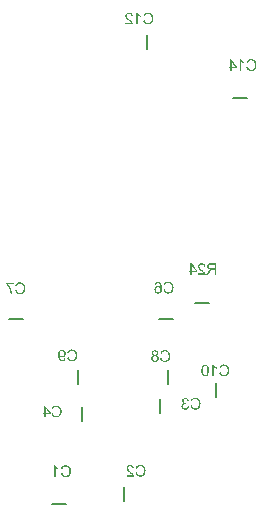
<source format=gbo>
G04*
G04 #@! TF.GenerationSoftware,Altium Limited,Altium Designer,19.0.10 (269)*
G04*
G04 Layer_Color=32896*
%FSLAX24Y24*%
%MOIN*%
G70*
G01*
G75*
%ADD10C,0.0079*%
G36*
X9555Y13695D02*
X9565Y13695D01*
X9574Y13693D01*
X9582Y13691D01*
X9590Y13689D01*
X9597Y13687D01*
X9604Y13684D01*
X9610Y13681D01*
X9615Y13679D01*
X9620Y13676D01*
X9624Y13674D01*
X9627Y13671D01*
X9630Y13670D01*
X9632Y13668D01*
X9633Y13667D01*
X9633Y13667D01*
X9639Y13661D01*
X9644Y13655D01*
X9649Y13649D01*
X9653Y13642D01*
X9659Y13629D01*
X9664Y13615D01*
X9665Y13609D01*
X9667Y13603D01*
X9668Y13598D01*
X9669Y13594D01*
X9670Y13590D01*
Y13587D01*
X9670Y13585D01*
Y13585D01*
X9622Y13580D01*
X9621Y13592D01*
X9619Y13604D01*
X9615Y13614D01*
X9612Y13621D01*
X9608Y13628D01*
X9605Y13632D01*
X9603Y13635D01*
X9602Y13636D01*
X9593Y13643D01*
X9584Y13648D01*
X9575Y13652D01*
X9567Y13654D01*
X9559Y13656D01*
X9552Y13656D01*
X9550Y13657D01*
X9547D01*
X9535Y13656D01*
X9524Y13654D01*
X9516Y13651D01*
X9508Y13647D01*
X9502Y13644D01*
X9498Y13641D01*
X9495Y13639D01*
X9494Y13637D01*
X9487Y13630D01*
X9482Y13622D01*
X9478Y13614D01*
X9476Y13606D01*
X9474Y13600D01*
X9474Y13595D01*
X9473Y13591D01*
Y13591D01*
Y13590D01*
X9474Y13580D01*
X9477Y13570D01*
X9481Y13560D01*
X9484Y13551D01*
X9489Y13544D01*
X9493Y13538D01*
X9494Y13536D01*
X9495Y13534D01*
X9496Y13534D01*
Y13533D01*
X9501Y13527D01*
X9506Y13521D01*
X9512Y13514D01*
X9519Y13508D01*
X9533Y13494D01*
X9547Y13481D01*
X9554Y13475D01*
X9560Y13469D01*
X9566Y13464D01*
X9571Y13460D01*
X9575Y13457D01*
X9578Y13454D01*
X9580Y13452D01*
X9581Y13452D01*
X9595Y13440D01*
X9608Y13429D01*
X9618Y13419D01*
X9627Y13410D01*
X9634Y13403D01*
X9639Y13398D01*
X9642Y13395D01*
X9643Y13394D01*
Y13394D01*
X9650Y13384D01*
X9656Y13375D01*
X9662Y13367D01*
X9666Y13359D01*
X9670Y13352D01*
X9672Y13347D01*
X9673Y13344D01*
X9674Y13343D01*
Y13343D01*
X9676Y13337D01*
X9677Y13331D01*
X9678Y13326D01*
X9679Y13321D01*
X9679Y13316D01*
Y13313D01*
Y13311D01*
Y13310D01*
X9425D01*
Y13356D01*
X9614D01*
X9607Y13365D01*
X9604Y13369D01*
X9601Y13373D01*
X9598Y13376D01*
X9596Y13378D01*
X9594Y13380D01*
X9594Y13380D01*
X9591Y13383D01*
X9588Y13386D01*
X9580Y13393D01*
X9571Y13402D01*
X9562Y13410D01*
X9553Y13417D01*
X9549Y13420D01*
X9545Y13424D01*
X9543Y13426D01*
X9541Y13428D01*
X9539Y13429D01*
X9539Y13429D01*
X9530Y13437D01*
X9521Y13444D01*
X9513Y13452D01*
X9506Y13458D01*
X9499Y13464D01*
X9494Y13469D01*
X9488Y13474D01*
X9484Y13479D01*
X9479Y13483D01*
X9476Y13486D01*
X9473Y13489D01*
X9471Y13492D01*
X9468Y13495D01*
X9467Y13496D01*
X9459Y13506D01*
X9452Y13514D01*
X9447Y13523D01*
X9442Y13529D01*
X9439Y13535D01*
X9437Y13540D01*
X9436Y13543D01*
X9435Y13544D01*
X9432Y13552D01*
X9430Y13560D01*
X9427Y13568D01*
X9426Y13575D01*
X9426Y13581D01*
X9425Y13585D01*
Y13588D01*
Y13589D01*
X9426Y13597D01*
X9427Y13605D01*
X9428Y13613D01*
X9430Y13620D01*
X9436Y13633D01*
X9441Y13644D01*
X9444Y13649D01*
X9447Y13652D01*
X9450Y13656D01*
X9453Y13659D01*
X9455Y13661D01*
X9456Y13664D01*
X9457Y13664D01*
X9458Y13665D01*
X9464Y13670D01*
X9471Y13675D01*
X9478Y13679D01*
X9485Y13682D01*
X9499Y13688D01*
X9514Y13692D01*
X9520Y13693D01*
X9526Y13694D01*
X9532Y13695D01*
X9536Y13695D01*
X9540Y13696D01*
X9545D01*
X9555Y13695D01*
D02*
G37*
G36*
X10040Y13310D02*
X9989D01*
Y13480D01*
X9923D01*
X9917Y13480D01*
X9913D01*
X9909Y13479D01*
X9906Y13479D01*
X9904D01*
X9903Y13478D01*
X9902D01*
X9893Y13475D01*
X9890Y13474D01*
X9886Y13472D01*
X9883Y13470D01*
X9881Y13469D01*
X9880Y13469D01*
X9879Y13468D01*
X9875Y13465D01*
X9870Y13461D01*
X9862Y13453D01*
X9858Y13449D01*
X9855Y13445D01*
X9854Y13443D01*
X9853Y13443D01*
X9847Y13435D01*
X9841Y13427D01*
X9835Y13418D01*
X9829Y13409D01*
X9824Y13402D01*
X9820Y13395D01*
X9819Y13393D01*
X9817Y13392D01*
X9816Y13390D01*
Y13390D01*
X9766Y13310D01*
X9703D01*
X9769Y13414D01*
X9776Y13425D01*
X9784Y13435D01*
X9791Y13444D01*
X9797Y13452D01*
X9802Y13457D01*
X9807Y13462D01*
X9810Y13464D01*
X9811Y13465D01*
X9815Y13469D01*
X9820Y13473D01*
X9830Y13479D01*
X9835Y13481D01*
X9838Y13483D01*
X9840Y13484D01*
X9841Y13485D01*
X9831Y13486D01*
X9822Y13488D01*
X9814Y13491D01*
X9805Y13493D01*
X9798Y13496D01*
X9791Y13499D01*
X9785Y13502D01*
X9780Y13505D01*
X9775Y13508D01*
X9771Y13511D01*
X9768Y13513D01*
X9765Y13515D01*
X9762Y13517D01*
X9761Y13519D01*
X9760Y13519D01*
X9760Y13520D01*
X9755Y13525D01*
X9751Y13531D01*
X9744Y13543D01*
X9740Y13554D01*
X9736Y13565D01*
X9734Y13575D01*
X9734Y13579D01*
Y13583D01*
X9733Y13585D01*
Y13587D01*
Y13589D01*
Y13589D01*
X9734Y13601D01*
X9735Y13611D01*
X9738Y13621D01*
X9741Y13630D01*
X9744Y13637D01*
X9746Y13642D01*
X9749Y13646D01*
X9749Y13646D01*
Y13647D01*
X9756Y13656D01*
X9762Y13664D01*
X9770Y13670D01*
X9776Y13675D01*
X9782Y13679D01*
X9787Y13681D01*
X9791Y13683D01*
X9791Y13684D01*
X9792D01*
X9797Y13685D01*
X9803Y13687D01*
X9815Y13690D01*
X9829Y13691D01*
X9841Y13693D01*
X9852Y13694D01*
X9857D01*
X9862Y13694D01*
X10040D01*
Y13310D01*
D02*
G37*
G36*
X9390Y13445D02*
Y13402D01*
X9223D01*
Y13310D01*
X9176D01*
Y13402D01*
X9124D01*
Y13445D01*
X9176D01*
Y13694D01*
X9214D01*
X9390Y13445D01*
D02*
G37*
G36*
X8102Y13075D02*
X8113Y13074D01*
X8123Y13072D01*
X8132Y13069D01*
X8140Y13065D01*
X8149Y13062D01*
X8156Y13057D01*
X8163Y13054D01*
X8168Y13050D01*
X8174Y13045D01*
X8178Y13042D01*
X8182Y13039D01*
X8184Y13035D01*
X8187Y13033D01*
X8188Y13032D01*
X8188Y13031D01*
X8195Y13021D01*
X8202Y13010D01*
X8207Y12997D01*
X8212Y12985D01*
X8216Y12971D01*
X8219Y12958D01*
X8222Y12944D01*
X8224Y12931D01*
X8226Y12919D01*
X8227Y12907D01*
X8228Y12896D01*
X8229Y12888D01*
Y12880D01*
X8229Y12874D01*
Y12872D01*
Y12870D01*
Y12870D01*
Y12869D01*
X8229Y12852D01*
X8228Y12835D01*
X8226Y12819D01*
X8223Y12805D01*
X8220Y12792D01*
X8218Y12780D01*
X8214Y12770D01*
X8210Y12760D01*
X8207Y12753D01*
X8204Y12745D01*
X8201Y12740D01*
X8198Y12735D01*
X8195Y12731D01*
X8194Y12729D01*
X8193Y12727D01*
X8192Y12727D01*
X8185Y12719D01*
X8177Y12712D01*
X8169Y12707D01*
X8162Y12702D01*
X8153Y12697D01*
X8145Y12694D01*
X8138Y12691D01*
X8130Y12689D01*
X8123Y12687D01*
X8117Y12686D01*
X8111Y12684D01*
X8106Y12684D01*
X8102D01*
X8099Y12683D01*
X8096D01*
X8083Y12684D01*
X8072Y12686D01*
X8061Y12688D01*
X8052Y12692D01*
X8044Y12694D01*
X8039Y12697D01*
X8037Y12698D01*
X8035Y12699D01*
X8034Y12699D01*
X8034D01*
X8024Y12706D01*
X8016Y12714D01*
X8008Y12722D01*
X8002Y12729D01*
X7997Y12737D01*
X7994Y12742D01*
X7993Y12744D01*
X7992Y12746D01*
X7991Y12747D01*
Y12747D01*
X7986Y12759D01*
X7982Y12771D01*
X7979Y12782D01*
X7977Y12793D01*
X7976Y12802D01*
Y12805D01*
X7975Y12808D01*
Y12811D01*
Y12813D01*
Y12814D01*
Y12814D01*
X7976Y12824D01*
X7977Y12834D01*
X7978Y12843D01*
X7980Y12852D01*
X7983Y12859D01*
X7986Y12867D01*
X7988Y12874D01*
X7992Y12880D01*
X7995Y12885D01*
X7998Y12890D01*
X8001Y12894D01*
X8003Y12898D01*
X8005Y12901D01*
X8007Y12903D01*
X8008Y12904D01*
X8008Y12904D01*
X8014Y12910D01*
X8021Y12916D01*
X8028Y12920D01*
X8035Y12924D01*
X8042Y12928D01*
X8048Y12931D01*
X8061Y12935D01*
X8067Y12936D01*
X8072Y12938D01*
X8077Y12938D01*
X8081Y12939D01*
X8084Y12939D01*
X8089D01*
X8099Y12939D01*
X8108Y12937D01*
X8117Y12935D01*
X8125Y12933D01*
X8132Y12930D01*
X8137Y12929D01*
X8140Y12927D01*
X8140Y12926D01*
X8141D01*
X8150Y12921D01*
X8158Y12915D01*
X8165Y12909D01*
X8170Y12902D01*
X8175Y12896D01*
X8179Y12892D01*
X8182Y12889D01*
X8182Y12888D01*
Y12898D01*
X8182Y12908D01*
X8181Y12917D01*
X8180Y12926D01*
X8179Y12934D01*
X8178Y12941D01*
X8177Y12948D01*
X8175Y12954D01*
X8174Y12959D01*
X8173Y12964D01*
X8172Y12967D01*
X8172Y12971D01*
X8170Y12973D01*
X8170Y12975D01*
X8169Y12976D01*
Y12976D01*
X8164Y12987D01*
X8158Y12997D01*
X8152Y13005D01*
X8147Y13012D01*
X8142Y13017D01*
X8138Y13021D01*
X8135Y13024D01*
X8134Y13024D01*
X8127Y13029D01*
X8120Y13031D01*
X8114Y13034D01*
X8107Y13035D01*
X8102Y13036D01*
X8098Y13037D01*
X8094D01*
X8084Y13036D01*
X8074Y13034D01*
X8067Y13030D01*
X8059Y13027D01*
X8054Y13023D01*
X8050Y13020D01*
X8048Y13017D01*
X8047Y13016D01*
X8043Y13011D01*
X8039Y13005D01*
X8036Y12999D01*
X8033Y12992D01*
X8031Y12986D01*
X8029Y12981D01*
X8029Y12977D01*
X8028Y12977D01*
Y12976D01*
X7981Y12980D01*
X7985Y12996D01*
X7990Y13010D01*
X7995Y13022D01*
X8001Y13032D01*
X8007Y13040D01*
X8009Y13043D01*
X8012Y13046D01*
X8014Y13047D01*
X8016Y13049D01*
X8016Y13050D01*
X8017Y13050D01*
X8022Y13055D01*
X8028Y13059D01*
X8041Y13065D01*
X8053Y13070D01*
X8064Y13072D01*
X8075Y13075D01*
X8079Y13075D01*
X8083D01*
X8087Y13076D01*
X8091D01*
X8102Y13075D01*
D02*
G37*
G36*
X8447Y13080D02*
X8465Y13077D01*
X8481Y13074D01*
X8488Y13071D01*
X8495Y13069D01*
X8501Y13067D01*
X8506Y13065D01*
X8511Y13063D01*
X8515Y13061D01*
X8518Y13060D01*
X8520Y13059D01*
X8522Y13058D01*
X8522Y13057D01*
X8537Y13048D01*
X8550Y13037D01*
X8561Y13026D01*
X8571Y13015D01*
X8578Y13005D01*
X8581Y13000D01*
X8583Y12996D01*
X8585Y12994D01*
X8586Y12991D01*
X8587Y12990D01*
X8587Y12989D01*
X8595Y12972D01*
X8601Y12954D01*
X8604Y12936D01*
X8607Y12920D01*
X8608Y12913D01*
X8609Y12906D01*
X8609Y12900D01*
Y12895D01*
X8610Y12891D01*
Y12888D01*
Y12885D01*
Y12885D01*
X8609Y12865D01*
X8607Y12845D01*
X8604Y12828D01*
X8602Y12820D01*
X8600Y12813D01*
X8598Y12806D01*
X8596Y12800D01*
X8594Y12794D01*
X8593Y12790D01*
X8592Y12787D01*
X8591Y12784D01*
X8590Y12782D01*
Y12782D01*
X8582Y12765D01*
X8572Y12750D01*
X8562Y12737D01*
X8557Y12732D01*
X8553Y12727D01*
X8548Y12723D01*
X8544Y12719D01*
X8540Y12716D01*
X8537Y12713D01*
X8535Y12711D01*
X8532Y12709D01*
X8531Y12709D01*
X8531Y12708D01*
X8523Y12704D01*
X8515Y12700D01*
X8498Y12694D01*
X8482Y12689D01*
X8466Y12687D01*
X8458Y12686D01*
X8451Y12684D01*
X8445Y12684D01*
X8440D01*
X8436Y12683D01*
X8430D01*
X8419Y12684D01*
X8408Y12685D01*
X8398Y12686D01*
X8389Y12688D01*
X8380Y12691D01*
X8371Y12694D01*
X8364Y12697D01*
X8356Y12700D01*
X8350Y12703D01*
X8344Y12706D01*
X8340Y12708D01*
X8335Y12711D01*
X8332Y12713D01*
X8330Y12714D01*
X8329Y12716D01*
X8328Y12716D01*
X8320Y12723D01*
X8314Y12729D01*
X8308Y12737D01*
X8301Y12745D01*
X8291Y12760D01*
X8284Y12776D01*
X8280Y12783D01*
X8278Y12790D01*
X8275Y12796D01*
X8274Y12801D01*
X8272Y12805D01*
X8271Y12809D01*
X8270Y12811D01*
Y12812D01*
X8321Y12824D01*
X8324Y12815D01*
X8326Y12807D01*
X8329Y12799D01*
X8332Y12792D01*
X8335Y12785D01*
X8339Y12780D01*
X8342Y12774D01*
X8346Y12769D01*
X8349Y12765D01*
X8352Y12762D01*
X8355Y12758D01*
X8357Y12755D01*
X8359Y12754D01*
X8361Y12752D01*
X8361Y12752D01*
X8362Y12751D01*
X8367Y12747D01*
X8374Y12743D01*
X8386Y12737D01*
X8397Y12733D01*
X8409Y12730D01*
X8419Y12728D01*
X8423Y12727D01*
X8427D01*
X8430Y12727D01*
X8434D01*
X8447Y12727D01*
X8459Y12729D01*
X8470Y12732D01*
X8480Y12736D01*
X8488Y12739D01*
X8491Y12741D01*
X8494Y12742D01*
X8496Y12743D01*
X8498Y12744D01*
X8499Y12744D01*
X8500D01*
X8510Y12752D01*
X8519Y12760D01*
X8527Y12770D01*
X8533Y12779D01*
X8538Y12787D01*
X8541Y12793D01*
X8542Y12796D01*
X8543Y12798D01*
X8544Y12799D01*
Y12799D01*
X8548Y12814D01*
X8552Y12828D01*
X8554Y12843D01*
X8556Y12856D01*
X8557Y12862D01*
X8557Y12868D01*
Y12873D01*
X8558Y12876D01*
Y12880D01*
Y12883D01*
Y12884D01*
Y12885D01*
X8557Y12899D01*
X8556Y12913D01*
X8554Y12925D01*
X8552Y12936D01*
X8550Y12945D01*
X8549Y12949D01*
X8548Y12953D01*
X8547Y12955D01*
X8547Y12957D01*
X8546Y12958D01*
Y12959D01*
X8541Y12971D01*
X8535Y12983D01*
X8528Y12992D01*
X8521Y13001D01*
X8515Y13007D01*
X8510Y13012D01*
X8506Y13015D01*
X8505Y13016D01*
X8505D01*
X8493Y13023D01*
X8480Y13029D01*
X8468Y13032D01*
X8456Y13035D01*
X8446Y13036D01*
X8441Y13037D01*
X8437D01*
X8435Y13037D01*
X8430D01*
X8416Y13037D01*
X8404Y13035D01*
X8393Y13031D01*
X8384Y13028D01*
X8376Y13024D01*
X8371Y13021D01*
X8367Y13019D01*
X8366Y13018D01*
X8357Y13010D01*
X8349Y13000D01*
X8342Y12990D01*
X8337Y12980D01*
X8332Y12971D01*
X8331Y12967D01*
X8330Y12964D01*
X8329Y12961D01*
X8328Y12959D01*
X8327Y12958D01*
Y12957D01*
X8277Y12969D01*
X8280Y12979D01*
X8284Y12987D01*
X8288Y12996D01*
X8292Y13004D01*
X8296Y13011D01*
X8301Y13018D01*
X8306Y13025D01*
X8310Y13030D01*
X8315Y13035D01*
X8319Y13039D01*
X8323Y13043D01*
X8325Y13046D01*
X8328Y13049D01*
X8330Y13050D01*
X8331Y13051D01*
X8332Y13051D01*
X8340Y13056D01*
X8347Y13061D01*
X8355Y13065D01*
X8364Y13069D01*
X8380Y13074D01*
X8395Y13077D01*
X8402Y13079D01*
X8409Y13079D01*
X8415Y13080D01*
X8420Y13080D01*
X8424Y13081D01*
X8429D01*
X8447Y13080D01*
D02*
G37*
G36*
X3507Y13060D02*
X3525Y13057D01*
X3541Y13054D01*
X3548Y13051D01*
X3555Y13049D01*
X3561Y13047D01*
X3566Y13045D01*
X3571Y13043D01*
X3575Y13041D01*
X3578Y13040D01*
X3580Y13039D01*
X3582Y13038D01*
X3582Y13037D01*
X3597Y13028D01*
X3610Y13017D01*
X3621Y13006D01*
X3631Y12995D01*
X3638Y12985D01*
X3641Y12980D01*
X3643Y12976D01*
X3645Y12974D01*
X3646Y12971D01*
X3647Y12970D01*
X3647Y12969D01*
X3655Y12952D01*
X3661Y12934D01*
X3664Y12916D01*
X3667Y12900D01*
X3668Y12893D01*
X3669Y12886D01*
X3669Y12880D01*
Y12875D01*
X3670Y12871D01*
Y12868D01*
Y12865D01*
Y12865D01*
X3669Y12845D01*
X3667Y12825D01*
X3664Y12808D01*
X3662Y12800D01*
X3660Y12793D01*
X3658Y12786D01*
X3656Y12780D01*
X3654Y12774D01*
X3653Y12770D01*
X3652Y12767D01*
X3651Y12764D01*
X3650Y12762D01*
Y12762D01*
X3642Y12745D01*
X3632Y12730D01*
X3622Y12717D01*
X3617Y12712D01*
X3613Y12707D01*
X3608Y12703D01*
X3604Y12699D01*
X3600Y12696D01*
X3597Y12693D01*
X3595Y12691D01*
X3592Y12689D01*
X3591Y12689D01*
X3591Y12688D01*
X3583Y12684D01*
X3575Y12680D01*
X3558Y12674D01*
X3542Y12669D01*
X3526Y12667D01*
X3518Y12666D01*
X3511Y12664D01*
X3505Y12664D01*
X3500D01*
X3496Y12663D01*
X3490D01*
X3479Y12664D01*
X3468Y12665D01*
X3458Y12666D01*
X3449Y12668D01*
X3440Y12671D01*
X3431Y12674D01*
X3424Y12677D01*
X3416Y12680D01*
X3410Y12683D01*
X3404Y12686D01*
X3400Y12688D01*
X3395Y12691D01*
X3392Y12693D01*
X3390Y12694D01*
X3389Y12696D01*
X3388Y12696D01*
X3380Y12703D01*
X3374Y12709D01*
X3368Y12717D01*
X3361Y12725D01*
X3351Y12740D01*
X3344Y12756D01*
X3340Y12763D01*
X3338Y12770D01*
X3335Y12776D01*
X3334Y12781D01*
X3332Y12785D01*
X3331Y12789D01*
X3330Y12791D01*
Y12792D01*
X3381Y12804D01*
X3384Y12795D01*
X3386Y12787D01*
X3389Y12779D01*
X3392Y12772D01*
X3395Y12765D01*
X3399Y12760D01*
X3402Y12754D01*
X3406Y12749D01*
X3409Y12745D01*
X3412Y12742D01*
X3415Y12738D01*
X3417Y12735D01*
X3419Y12734D01*
X3421Y12732D01*
X3421Y12732D01*
X3422Y12731D01*
X3427Y12727D01*
X3434Y12723D01*
X3446Y12717D01*
X3457Y12713D01*
X3469Y12710D01*
X3479Y12708D01*
X3483Y12707D01*
X3487D01*
X3490Y12707D01*
X3494D01*
X3507Y12707D01*
X3519Y12709D01*
X3530Y12712D01*
X3540Y12716D01*
X3548Y12719D01*
X3551Y12721D01*
X3554Y12722D01*
X3556Y12723D01*
X3558Y12724D01*
X3559Y12724D01*
X3560D01*
X3570Y12732D01*
X3579Y12740D01*
X3587Y12750D01*
X3593Y12759D01*
X3598Y12767D01*
X3601Y12773D01*
X3602Y12776D01*
X3603Y12778D01*
X3604Y12779D01*
Y12779D01*
X3608Y12794D01*
X3612Y12808D01*
X3614Y12823D01*
X3616Y12836D01*
X3617Y12842D01*
X3617Y12848D01*
Y12853D01*
X3618Y12856D01*
Y12860D01*
Y12863D01*
Y12864D01*
Y12865D01*
X3617Y12879D01*
X3616Y12893D01*
X3614Y12905D01*
X3612Y12916D01*
X3610Y12925D01*
X3609Y12929D01*
X3608Y12933D01*
X3607Y12935D01*
X3607Y12937D01*
X3606Y12938D01*
Y12939D01*
X3601Y12951D01*
X3595Y12963D01*
X3588Y12972D01*
X3581Y12981D01*
X3575Y12987D01*
X3570Y12992D01*
X3566Y12995D01*
X3565Y12996D01*
X3565D01*
X3553Y13003D01*
X3540Y13009D01*
X3528Y13012D01*
X3516Y13015D01*
X3506Y13016D01*
X3501Y13017D01*
X3497D01*
X3495Y13017D01*
X3490D01*
X3476Y13017D01*
X3464Y13015D01*
X3453Y13011D01*
X3444Y13008D01*
X3436Y13004D01*
X3431Y13001D01*
X3427Y12999D01*
X3426Y12998D01*
X3417Y12990D01*
X3409Y12980D01*
X3402Y12970D01*
X3397Y12960D01*
X3392Y12951D01*
X3391Y12947D01*
X3390Y12944D01*
X3389Y12941D01*
X3388Y12939D01*
X3387Y12938D01*
Y12937D01*
X3337Y12949D01*
X3340Y12959D01*
X3344Y12967D01*
X3348Y12976D01*
X3352Y12984D01*
X3356Y12991D01*
X3361Y12998D01*
X3366Y13005D01*
X3370Y13010D01*
X3375Y13015D01*
X3379Y13019D01*
X3383Y13023D01*
X3385Y13026D01*
X3388Y13029D01*
X3390Y13030D01*
X3391Y13031D01*
X3392Y13031D01*
X3400Y13036D01*
X3407Y13041D01*
X3415Y13045D01*
X3424Y13049D01*
X3440Y13054D01*
X3455Y13057D01*
X3462Y13059D01*
X3469Y13059D01*
X3475Y13060D01*
X3480Y13060D01*
X3484Y13061D01*
X3489D01*
X3507Y13060D01*
D02*
G37*
G36*
X3284Y13004D02*
X3096D01*
X3109Y12987D01*
X3122Y12970D01*
X3133Y12954D01*
X3143Y12938D01*
X3148Y12930D01*
X3152Y12924D01*
X3156Y12918D01*
X3158Y12913D01*
X3161Y12908D01*
X3162Y12905D01*
X3163Y12903D01*
X3164Y12903D01*
X3175Y12880D01*
X3185Y12858D01*
X3193Y12837D01*
X3197Y12828D01*
X3200Y12818D01*
X3203Y12810D01*
X3205Y12802D01*
X3208Y12795D01*
X3209Y12790D01*
X3211Y12785D01*
X3212Y12782D01*
X3213Y12779D01*
Y12779D01*
X3218Y12756D01*
X3220Y12745D01*
X3222Y12735D01*
X3224Y12725D01*
X3225Y12716D01*
X3227Y12708D01*
X3228Y12701D01*
X3228Y12694D01*
X3229Y12688D01*
X3229Y12682D01*
Y12678D01*
X3230Y12674D01*
Y12672D01*
Y12671D01*
Y12670D01*
X3182D01*
X3180Y12691D01*
X3177Y12711D01*
X3174Y12728D01*
X3173Y12737D01*
X3171Y12744D01*
X3170Y12751D01*
X3168Y12757D01*
X3167Y12763D01*
X3166Y12767D01*
X3165Y12770D01*
X3164Y12773D01*
X3164Y12775D01*
Y12775D01*
X3156Y12801D01*
X3147Y12825D01*
X3142Y12837D01*
X3138Y12848D01*
X3133Y12858D01*
X3128Y12868D01*
X3124Y12876D01*
X3121Y12884D01*
X3117Y12891D01*
X3114Y12897D01*
X3112Y12902D01*
X3110Y12905D01*
X3109Y12908D01*
X3108Y12908D01*
X3102Y12920D01*
X3095Y12931D01*
X3088Y12942D01*
X3082Y12952D01*
X3076Y12961D01*
X3069Y12970D01*
X3063Y12977D01*
X3058Y12984D01*
X3053Y12991D01*
X3049Y12996D01*
X3045Y13001D01*
X3041Y13005D01*
X3039Y13008D01*
X3037Y13010D01*
X3036Y13011D01*
X3035Y13012D01*
Y13049D01*
X3284D01*
Y13004D01*
D02*
G37*
G36*
X4906Y10815D02*
X4915Y10814D01*
X4924Y10812D01*
X4932Y10810D01*
X4947Y10804D01*
X4953Y10801D01*
X4959Y10798D01*
X4964Y10794D01*
X4969Y10791D01*
X4973Y10788D01*
X4977Y10785D01*
X4979Y10783D01*
X4981Y10781D01*
X4982Y10780D01*
X4983Y10780D01*
X4989Y10773D01*
X4994Y10765D01*
X4999Y10758D01*
X5003Y10750D01*
X5006Y10742D01*
X5009Y10734D01*
X5013Y10720D01*
X5014Y10712D01*
X5015Y10706D01*
X5016Y10700D01*
X5016Y10695D01*
X5017Y10691D01*
Y10689D01*
Y10686D01*
Y10686D01*
X5016Y10675D01*
X5015Y10666D01*
X5014Y10656D01*
X5012Y10648D01*
X5009Y10640D01*
X5007Y10632D01*
X5004Y10625D01*
X5000Y10619D01*
X4998Y10614D01*
X4995Y10609D01*
X4992Y10605D01*
X4989Y10601D01*
X4987Y10598D01*
X4986Y10596D01*
X4985Y10595D01*
X4984Y10595D01*
X4978Y10589D01*
X4972Y10584D01*
X4965Y10579D01*
X4958Y10575D01*
X4951Y10572D01*
X4944Y10569D01*
X4932Y10565D01*
X4926Y10563D01*
X4920Y10562D01*
X4916Y10562D01*
X4912Y10561D01*
X4908Y10560D01*
X4904D01*
X4893Y10561D01*
X4883Y10563D01*
X4874Y10565D01*
X4866Y10568D01*
X4860Y10570D01*
X4855Y10572D01*
X4852Y10574D01*
X4851Y10574D01*
X4842Y10580D01*
X4834Y10586D01*
X4827Y10592D01*
X4822Y10598D01*
X4818Y10603D01*
X4814Y10607D01*
X4812Y10610D01*
X4812Y10611D01*
Y10606D01*
Y10604D01*
Y10602D01*
Y10601D01*
X4812Y10590D01*
X4813Y10580D01*
X4814Y10570D01*
X4815Y10562D01*
X4817Y10554D01*
X4818Y10549D01*
X4818Y10547D01*
Y10545D01*
X4819Y10544D01*
Y10544D01*
X4822Y10534D01*
X4824Y10525D01*
X4827Y10517D01*
X4830Y10510D01*
X4832Y10505D01*
X4834Y10502D01*
X4836Y10499D01*
X4836Y10498D01*
X4841Y10492D01*
X4845Y10487D01*
X4849Y10483D01*
X4854Y10479D01*
X4857Y10476D01*
X4861Y10473D01*
X4863Y10472D01*
X4863Y10472D01*
X4869Y10468D01*
X4876Y10466D01*
X4882Y10464D01*
X4888Y10463D01*
X4893Y10463D01*
X4897Y10462D01*
X4901D01*
X4910Y10463D01*
X4918Y10464D01*
X4925Y10467D01*
X4932Y10469D01*
X4936Y10472D01*
X4940Y10474D01*
X4942Y10476D01*
X4943Y10476D01*
X4948Y10482D01*
X4953Y10489D01*
X4957Y10497D01*
X4959Y10505D01*
X4962Y10512D01*
X4963Y10518D01*
X4964Y10520D01*
Y10521D01*
X4964Y10522D01*
Y10523D01*
X5010Y10519D01*
X5007Y10503D01*
X5002Y10489D01*
X4997Y10477D01*
X4991Y10467D01*
X4985Y10459D01*
X4983Y10456D01*
X4980Y10453D01*
X4979Y10451D01*
X4977Y10449D01*
X4977Y10449D01*
X4976Y10448D01*
X4970Y10444D01*
X4964Y10440D01*
X4952Y10434D01*
X4940Y10429D01*
X4928Y10427D01*
X4918Y10424D01*
X4913Y10424D01*
X4909D01*
X4907Y10423D01*
X4902D01*
X4887Y10424D01*
X4873Y10427D01*
X4860Y10431D01*
X4849Y10435D01*
X4845Y10437D01*
X4841Y10439D01*
X4837Y10441D01*
X4834Y10443D01*
X4832Y10444D01*
X4830Y10445D01*
X4829Y10446D01*
X4828D01*
X4817Y10456D01*
X4807Y10466D01*
X4799Y10477D01*
X4793Y10488D01*
X4787Y10497D01*
X4785Y10502D01*
X4783Y10505D01*
X4782Y10508D01*
X4781Y10510D01*
X4781Y10512D01*
Y10512D01*
X4778Y10520D01*
X4775Y10530D01*
X4771Y10549D01*
X4768Y10569D01*
X4767Y10588D01*
X4766Y10596D01*
X4765Y10604D01*
Y10611D01*
X4765Y10618D01*
Y10623D01*
Y10626D01*
Y10629D01*
Y10630D01*
Y10643D01*
X4765Y10655D01*
X4766Y10666D01*
X4767Y10676D01*
X4768Y10686D01*
X4770Y10695D01*
X4771Y10703D01*
X4773Y10710D01*
X4775Y10716D01*
X4776Y10722D01*
X4777Y10727D01*
X4778Y10731D01*
X4780Y10734D01*
X4781Y10736D01*
X4781Y10737D01*
Y10737D01*
X4788Y10751D01*
X4795Y10762D01*
X4803Y10772D01*
X4811Y10781D01*
X4818Y10787D01*
X4823Y10791D01*
X4826Y10793D01*
X4827Y10794D01*
X4828Y10795D01*
X4828D01*
X4840Y10802D01*
X4852Y10807D01*
X4863Y10811D01*
X4874Y10813D01*
X4883Y10815D01*
X4887Y10815D01*
X4890D01*
X4893Y10816D01*
X4897D01*
X4906Y10815D01*
D02*
G37*
G36*
X5237Y10820D02*
X5255Y10817D01*
X5271Y10814D01*
X5278Y10811D01*
X5285Y10809D01*
X5291Y10807D01*
X5296Y10805D01*
X5301Y10803D01*
X5305Y10801D01*
X5308Y10800D01*
X5310Y10799D01*
X5312Y10798D01*
X5312Y10797D01*
X5327Y10788D01*
X5340Y10777D01*
X5351Y10766D01*
X5361Y10755D01*
X5368Y10745D01*
X5371Y10740D01*
X5373Y10736D01*
X5375Y10734D01*
X5376Y10731D01*
X5377Y10730D01*
X5377Y10729D01*
X5385Y10712D01*
X5391Y10694D01*
X5394Y10676D01*
X5397Y10660D01*
X5398Y10653D01*
X5399Y10646D01*
X5399Y10640D01*
Y10635D01*
X5400Y10631D01*
Y10628D01*
Y10625D01*
Y10625D01*
X5399Y10605D01*
X5397Y10585D01*
X5394Y10568D01*
X5392Y10560D01*
X5390Y10553D01*
X5388Y10546D01*
X5386Y10540D01*
X5384Y10534D01*
X5383Y10530D01*
X5382Y10527D01*
X5381Y10524D01*
X5380Y10522D01*
Y10522D01*
X5372Y10505D01*
X5362Y10490D01*
X5352Y10477D01*
X5347Y10472D01*
X5343Y10467D01*
X5338Y10463D01*
X5334Y10459D01*
X5330Y10456D01*
X5327Y10453D01*
X5325Y10451D01*
X5322Y10449D01*
X5321Y10449D01*
X5321Y10448D01*
X5313Y10444D01*
X5305Y10440D01*
X5288Y10434D01*
X5272Y10429D01*
X5256Y10427D01*
X5248Y10426D01*
X5241Y10424D01*
X5235Y10424D01*
X5230D01*
X5226Y10423D01*
X5220D01*
X5209Y10424D01*
X5198Y10425D01*
X5188Y10426D01*
X5179Y10428D01*
X5170Y10431D01*
X5161Y10434D01*
X5154Y10437D01*
X5146Y10440D01*
X5140Y10443D01*
X5134Y10446D01*
X5130Y10448D01*
X5125Y10451D01*
X5123Y10453D01*
X5120Y10454D01*
X5119Y10456D01*
X5118Y10456D01*
X5110Y10463D01*
X5104Y10469D01*
X5098Y10477D01*
X5091Y10485D01*
X5081Y10500D01*
X5074Y10516D01*
X5070Y10523D01*
X5068Y10530D01*
X5065Y10536D01*
X5064Y10541D01*
X5062Y10545D01*
X5061Y10549D01*
X5060Y10551D01*
Y10552D01*
X5111Y10564D01*
X5114Y10555D01*
X5116Y10547D01*
X5119Y10539D01*
X5122Y10532D01*
X5125Y10525D01*
X5129Y10520D01*
X5132Y10514D01*
X5136Y10509D01*
X5139Y10505D01*
X5142Y10502D01*
X5145Y10498D01*
X5147Y10495D01*
X5149Y10494D01*
X5151Y10492D01*
X5151Y10492D01*
X5152Y10491D01*
X5157Y10487D01*
X5164Y10483D01*
X5176Y10477D01*
X5187Y10473D01*
X5199Y10470D01*
X5209Y10468D01*
X5213Y10467D01*
X5217D01*
X5220Y10467D01*
X5224D01*
X5237Y10467D01*
X5249Y10469D01*
X5260Y10472D01*
X5270Y10476D01*
X5278Y10479D01*
X5281Y10481D01*
X5284Y10482D01*
X5286Y10483D01*
X5288Y10484D01*
X5289Y10484D01*
X5290D01*
X5300Y10492D01*
X5309Y10500D01*
X5317Y10510D01*
X5323Y10519D01*
X5328Y10527D01*
X5331Y10533D01*
X5332Y10536D01*
X5333Y10538D01*
X5334Y10539D01*
Y10539D01*
X5338Y10554D01*
X5342Y10568D01*
X5344Y10583D01*
X5346Y10596D01*
X5347Y10602D01*
X5347Y10608D01*
Y10613D01*
X5348Y10616D01*
Y10620D01*
Y10623D01*
Y10624D01*
Y10625D01*
X5347Y10639D01*
X5346Y10653D01*
X5344Y10665D01*
X5342Y10676D01*
X5340Y10685D01*
X5339Y10689D01*
X5338Y10693D01*
X5337Y10695D01*
X5337Y10697D01*
X5336Y10698D01*
Y10699D01*
X5331Y10711D01*
X5325Y10723D01*
X5318Y10732D01*
X5311Y10741D01*
X5305Y10747D01*
X5300Y10752D01*
X5296Y10755D01*
X5295Y10756D01*
X5295D01*
X5283Y10763D01*
X5270Y10769D01*
X5258Y10772D01*
X5246Y10775D01*
X5236Y10776D01*
X5231Y10777D01*
X5227D01*
X5225Y10777D01*
X5220D01*
X5206Y10777D01*
X5194Y10775D01*
X5183Y10771D01*
X5174Y10768D01*
X5166Y10764D01*
X5161Y10761D01*
X5157Y10759D01*
X5156Y10758D01*
X5147Y10750D01*
X5139Y10740D01*
X5132Y10730D01*
X5127Y10720D01*
X5123Y10711D01*
X5121Y10707D01*
X5120Y10704D01*
X5119Y10701D01*
X5117Y10699D01*
X5117Y10698D01*
Y10697D01*
X5067Y10709D01*
X5070Y10719D01*
X5074Y10727D01*
X5078Y10736D01*
X5082Y10744D01*
X5086Y10751D01*
X5091Y10758D01*
X5096Y10765D01*
X5100Y10770D01*
X5105Y10775D01*
X5109Y10779D01*
X5113Y10783D01*
X5115Y10786D01*
X5118Y10789D01*
X5120Y10790D01*
X5121Y10791D01*
X5122Y10791D01*
X5130Y10796D01*
X5137Y10801D01*
X5145Y10805D01*
X5154Y10809D01*
X5170Y10814D01*
X5185Y10817D01*
X5192Y10819D01*
X5199Y10819D01*
X5205Y10820D01*
X5210Y10820D01*
X5214Y10821D01*
X5219D01*
X5237Y10820D01*
D02*
G37*
G36*
X8337Y10800D02*
X8355Y10797D01*
X8371Y10794D01*
X8378Y10791D01*
X8385Y10789D01*
X8391Y10787D01*
X8396Y10785D01*
X8401Y10783D01*
X8405Y10781D01*
X8408Y10780D01*
X8410Y10779D01*
X8412Y10778D01*
X8412Y10777D01*
X8427Y10768D01*
X8440Y10757D01*
X8451Y10746D01*
X8461Y10735D01*
X8468Y10725D01*
X8471Y10720D01*
X8473Y10716D01*
X8475Y10714D01*
X8476Y10711D01*
X8477Y10710D01*
X8477Y10709D01*
X8485Y10692D01*
X8491Y10674D01*
X8494Y10656D01*
X8497Y10640D01*
X8498Y10633D01*
X8499Y10626D01*
X8499Y10620D01*
Y10615D01*
X8500Y10611D01*
Y10608D01*
Y10605D01*
Y10605D01*
X8499Y10585D01*
X8497Y10565D01*
X8494Y10548D01*
X8492Y10540D01*
X8490Y10533D01*
X8488Y10526D01*
X8486Y10520D01*
X8484Y10514D01*
X8483Y10510D01*
X8482Y10507D01*
X8481Y10504D01*
X8480Y10502D01*
Y10502D01*
X8472Y10485D01*
X8462Y10470D01*
X8452Y10457D01*
X8447Y10452D01*
X8443Y10447D01*
X8438Y10443D01*
X8434Y10439D01*
X8430Y10436D01*
X8427Y10433D01*
X8425Y10431D01*
X8422Y10429D01*
X8421Y10429D01*
X8421Y10428D01*
X8413Y10424D01*
X8405Y10420D01*
X8388Y10414D01*
X8372Y10409D01*
X8356Y10407D01*
X8348Y10406D01*
X8341Y10404D01*
X8335Y10404D01*
X8330D01*
X8326Y10403D01*
X8320D01*
X8309Y10404D01*
X8298Y10405D01*
X8288Y10406D01*
X8279Y10408D01*
X8270Y10411D01*
X8261Y10414D01*
X8254Y10417D01*
X8246Y10420D01*
X8240Y10423D01*
X8234Y10426D01*
X8230Y10428D01*
X8225Y10431D01*
X8223Y10433D01*
X8220Y10434D01*
X8219Y10436D01*
X8218Y10436D01*
X8210Y10443D01*
X8204Y10449D01*
X8198Y10457D01*
X8191Y10465D01*
X8181Y10480D01*
X8174Y10496D01*
X8170Y10503D01*
X8168Y10510D01*
X8165Y10516D01*
X8164Y10521D01*
X8162Y10525D01*
X8161Y10529D01*
X8160Y10531D01*
Y10532D01*
X8211Y10544D01*
X8214Y10535D01*
X8216Y10527D01*
X8219Y10519D01*
X8222Y10512D01*
X8225Y10505D01*
X8229Y10500D01*
X8232Y10494D01*
X8236Y10489D01*
X8239Y10485D01*
X8242Y10482D01*
X8245Y10478D01*
X8247Y10475D01*
X8249Y10474D01*
X8251Y10472D01*
X8251Y10472D01*
X8252Y10471D01*
X8257Y10467D01*
X8264Y10463D01*
X8276Y10457D01*
X8287Y10453D01*
X8299Y10450D01*
X8309Y10448D01*
X8313Y10447D01*
X8317D01*
X8320Y10447D01*
X8324D01*
X8337Y10447D01*
X8349Y10449D01*
X8360Y10452D01*
X8370Y10456D01*
X8378Y10459D01*
X8381Y10461D01*
X8384Y10462D01*
X8386Y10463D01*
X8388Y10464D01*
X8389Y10464D01*
X8390D01*
X8400Y10472D01*
X8409Y10480D01*
X8417Y10490D01*
X8423Y10499D01*
X8428Y10507D01*
X8431Y10513D01*
X8432Y10516D01*
X8433Y10518D01*
X8434Y10519D01*
Y10519D01*
X8438Y10534D01*
X8442Y10548D01*
X8444Y10563D01*
X8446Y10576D01*
X8447Y10582D01*
X8447Y10588D01*
Y10593D01*
X8448Y10596D01*
Y10600D01*
Y10603D01*
Y10604D01*
Y10605D01*
X8447Y10619D01*
X8446Y10633D01*
X8444Y10645D01*
X8442Y10656D01*
X8440Y10665D01*
X8439Y10669D01*
X8438Y10673D01*
X8437Y10675D01*
X8437Y10677D01*
X8436Y10678D01*
Y10679D01*
X8431Y10691D01*
X8425Y10703D01*
X8418Y10712D01*
X8411Y10721D01*
X8405Y10727D01*
X8400Y10732D01*
X8396Y10735D01*
X8395Y10736D01*
X8395D01*
X8383Y10743D01*
X8370Y10749D01*
X8358Y10752D01*
X8346Y10755D01*
X8336Y10756D01*
X8331Y10757D01*
X8327D01*
X8325Y10757D01*
X8320D01*
X8306Y10757D01*
X8294Y10755D01*
X8283Y10751D01*
X8274Y10748D01*
X8266Y10744D01*
X8261Y10741D01*
X8257Y10739D01*
X8256Y10738D01*
X8247Y10730D01*
X8239Y10720D01*
X8232Y10710D01*
X8227Y10700D01*
X8223Y10691D01*
X8221Y10687D01*
X8220Y10684D01*
X8219Y10681D01*
X8217Y10679D01*
X8217Y10678D01*
Y10677D01*
X8167Y10689D01*
X8170Y10699D01*
X8174Y10707D01*
X8178Y10716D01*
X8182Y10724D01*
X8186Y10731D01*
X8191Y10738D01*
X8196Y10745D01*
X8200Y10750D01*
X8205Y10755D01*
X8209Y10759D01*
X8213Y10763D01*
X8215Y10766D01*
X8218Y10769D01*
X8220Y10770D01*
X8221Y10771D01*
X8222Y10771D01*
X8230Y10776D01*
X8237Y10781D01*
X8245Y10785D01*
X8254Y10789D01*
X8270Y10794D01*
X8285Y10797D01*
X8292Y10798D01*
X8299Y10799D01*
X8305Y10800D01*
X8310Y10800D01*
X8314Y10801D01*
X8319D01*
X8337Y10800D01*
D02*
G37*
G36*
X8001Y10795D02*
X8010Y10795D01*
X8025Y10791D01*
X8033Y10789D01*
X8039Y10787D01*
X8045Y10784D01*
X8051Y10781D01*
X8055Y10779D01*
X8060Y10776D01*
X8064Y10774D01*
X8067Y10771D01*
X8069Y10770D01*
X8070Y10768D01*
X8072Y10767D01*
X8072Y10767D01*
X8077Y10761D01*
X8082Y10756D01*
X8086Y10750D01*
X8089Y10744D01*
X8095Y10732D01*
X8098Y10721D01*
X8100Y10711D01*
X8101Y10707D01*
X8102Y10704D01*
X8102Y10700D01*
Y10698D01*
Y10697D01*
Y10696D01*
X8102Y10686D01*
X8100Y10677D01*
X8098Y10669D01*
X8095Y10661D01*
X8093Y10656D01*
X8090Y10651D01*
X8089Y10649D01*
X8088Y10648D01*
X8082Y10641D01*
X8075Y10635D01*
X8068Y10630D01*
X8061Y10625D01*
X8054Y10622D01*
X8049Y10620D01*
X8047Y10619D01*
X8045Y10618D01*
X8045Y10618D01*
X8044D01*
X8057Y10614D01*
X8068Y10609D01*
X8077Y10603D01*
X8085Y10597D01*
X8091Y10591D01*
X8095Y10587D01*
X8098Y10584D01*
X8099Y10584D01*
Y10583D01*
X8105Y10573D01*
X8110Y10563D01*
X8113Y10553D01*
X8115Y10543D01*
X8116Y10534D01*
X8117Y10530D01*
Y10527D01*
X8118Y10524D01*
Y10522D01*
Y10521D01*
Y10520D01*
X8117Y10512D01*
X8116Y10503D01*
X8114Y10494D01*
X8112Y10486D01*
X8106Y10472D01*
X8104Y10466D01*
X8100Y10460D01*
X8097Y10454D01*
X8094Y10450D01*
X8091Y10446D01*
X8089Y10443D01*
X8087Y10440D01*
X8085Y10438D01*
X8084Y10437D01*
X8083Y10437D01*
X8077Y10431D01*
X8069Y10426D01*
X8062Y10421D01*
X8054Y10417D01*
X8047Y10414D01*
X8039Y10412D01*
X8024Y10408D01*
X8017Y10406D01*
X8011Y10405D01*
X8005Y10404D01*
X8001Y10404D01*
X7997Y10403D01*
X7991D01*
X7981Y10404D01*
X7971Y10405D01*
X7962Y10407D01*
X7953Y10408D01*
X7945Y10411D01*
X7937Y10414D01*
X7930Y10417D01*
X7924Y10420D01*
X7918Y10423D01*
X7913Y10426D01*
X7909Y10429D01*
X7906Y10432D01*
X7903Y10433D01*
X7901Y10435D01*
X7900Y10436D01*
X7899Y10437D01*
X7893Y10443D01*
X7888Y10450D01*
X7883Y10457D01*
X7880Y10464D01*
X7876Y10470D01*
X7873Y10478D01*
X7869Y10490D01*
X7867Y10497D01*
X7866Y10502D01*
X7866Y10507D01*
X7865Y10511D01*
X7865Y10514D01*
Y10517D01*
Y10519D01*
Y10519D01*
X7865Y10532D01*
X7867Y10544D01*
X7871Y10554D01*
X7874Y10563D01*
X7877Y10570D01*
X7881Y10576D01*
X7883Y10579D01*
X7883Y10580D01*
Y10580D01*
X7891Y10589D01*
X7899Y10597D01*
X7908Y10603D01*
X7917Y10609D01*
X7924Y10613D01*
X7931Y10615D01*
X7933Y10616D01*
X7935Y10617D01*
X7936Y10618D01*
X7937D01*
X7927Y10622D01*
X7918Y10627D01*
X7911Y10632D01*
X7905Y10637D01*
X7901Y10641D01*
X7897Y10645D01*
X7895Y10647D01*
X7894Y10648D01*
X7890Y10656D01*
X7886Y10664D01*
X7883Y10671D01*
X7882Y10679D01*
X7881Y10685D01*
X7880Y10690D01*
Y10694D01*
Y10694D01*
Y10695D01*
X7881Y10702D01*
X7881Y10710D01*
X7885Y10724D01*
X7890Y10736D01*
X7896Y10746D01*
X7901Y10755D01*
X7904Y10758D01*
X7906Y10761D01*
X7908Y10764D01*
X7910Y10765D01*
X7911Y10766D01*
X7911Y10766D01*
X7917Y10771D01*
X7923Y10776D01*
X7930Y10780D01*
X7937Y10784D01*
X7950Y10789D01*
X7963Y10792D01*
X7969Y10794D01*
X7974Y10794D01*
X7979Y10795D01*
X7984Y10795D01*
X7987Y10796D01*
X7992D01*
X8001Y10795D01*
D02*
G37*
G36*
X9946Y10306D02*
X9952Y10297D01*
X9959Y10289D01*
X9966Y10281D01*
X9972Y10274D01*
X9977Y10269D01*
X9979Y10267D01*
X9981Y10265D01*
X9982Y10265D01*
X9982Y10264D01*
X9994Y10255D01*
X10005Y10246D01*
X10017Y10238D01*
X10028Y10232D01*
X10037Y10226D01*
X10041Y10224D01*
X10044Y10222D01*
X10047Y10221D01*
X10049Y10220D01*
X10050Y10219D01*
X10051D01*
Y10174D01*
X10043Y10177D01*
X10034Y10181D01*
X10026Y10185D01*
X10018Y10189D01*
X10012Y10192D01*
X10006Y10195D01*
X10003Y10197D01*
X10002Y10198D01*
X10002D01*
X9992Y10204D01*
X9983Y10210D01*
X9975Y10215D01*
X9969Y10220D01*
X9963Y10224D01*
X9960Y10227D01*
X9957Y10230D01*
X9957Y10230D01*
Y9930D01*
X9909D01*
Y10316D01*
X9940D01*
X9946Y10306D01*
D02*
G37*
G36*
X10307Y10320D02*
X10325Y10317D01*
X10341Y10314D01*
X10348Y10311D01*
X10355Y10309D01*
X10361Y10307D01*
X10366Y10305D01*
X10371Y10303D01*
X10375Y10301D01*
X10378Y10300D01*
X10380Y10299D01*
X10382Y10298D01*
X10382Y10297D01*
X10397Y10288D01*
X10410Y10277D01*
X10421Y10266D01*
X10431Y10255D01*
X10438Y10245D01*
X10441Y10240D01*
X10443Y10236D01*
X10445Y10234D01*
X10446Y10231D01*
X10447Y10230D01*
X10447Y10229D01*
X10455Y10212D01*
X10461Y10194D01*
X10464Y10176D01*
X10467Y10160D01*
X10468Y10153D01*
X10469Y10146D01*
X10469Y10140D01*
Y10135D01*
X10470Y10131D01*
Y10128D01*
Y10125D01*
Y10125D01*
X10469Y10105D01*
X10467Y10085D01*
X10464Y10068D01*
X10462Y10060D01*
X10460Y10053D01*
X10458Y10046D01*
X10456Y10040D01*
X10454Y10034D01*
X10453Y10030D01*
X10452Y10027D01*
X10451Y10024D01*
X10450Y10022D01*
Y10022D01*
X10442Y10005D01*
X10432Y9990D01*
X10422Y9977D01*
X10417Y9972D01*
X10413Y9967D01*
X10408Y9963D01*
X10404Y9959D01*
X10400Y9956D01*
X10397Y9953D01*
X10395Y9951D01*
X10392Y9949D01*
X10391Y9949D01*
X10391Y9948D01*
X10383Y9944D01*
X10375Y9940D01*
X10358Y9934D01*
X10342Y9929D01*
X10326Y9927D01*
X10318Y9926D01*
X10311Y9924D01*
X10305Y9924D01*
X10300D01*
X10296Y9923D01*
X10290D01*
X10279Y9924D01*
X10268Y9925D01*
X10258Y9926D01*
X10249Y9928D01*
X10240Y9931D01*
X10231Y9934D01*
X10224Y9937D01*
X10216Y9940D01*
X10210Y9943D01*
X10204Y9946D01*
X10200Y9948D01*
X10195Y9951D01*
X10193Y9953D01*
X10190Y9954D01*
X10189Y9956D01*
X10188Y9956D01*
X10180Y9963D01*
X10174Y9969D01*
X10168Y9977D01*
X10161Y9985D01*
X10151Y10000D01*
X10144Y10016D01*
X10140Y10023D01*
X10138Y10030D01*
X10135Y10036D01*
X10134Y10041D01*
X10132Y10045D01*
X10131Y10049D01*
X10130Y10051D01*
Y10052D01*
X10181Y10064D01*
X10184Y10055D01*
X10186Y10047D01*
X10189Y10039D01*
X10192Y10032D01*
X10195Y10025D01*
X10199Y10020D01*
X10202Y10014D01*
X10206Y10009D01*
X10209Y10005D01*
X10212Y10002D01*
X10215Y9998D01*
X10217Y9995D01*
X10219Y9994D01*
X10221Y9992D01*
X10221Y9992D01*
X10222Y9991D01*
X10227Y9987D01*
X10234Y9983D01*
X10246Y9977D01*
X10257Y9973D01*
X10269Y9970D01*
X10279Y9968D01*
X10283Y9967D01*
X10287D01*
X10290Y9967D01*
X10294D01*
X10307Y9967D01*
X10319Y9969D01*
X10330Y9972D01*
X10340Y9976D01*
X10348Y9979D01*
X10351Y9981D01*
X10354Y9982D01*
X10356Y9983D01*
X10358Y9984D01*
X10359Y9984D01*
X10360D01*
X10370Y9992D01*
X10379Y10000D01*
X10387Y10010D01*
X10393Y10019D01*
X10398Y10027D01*
X10401Y10033D01*
X10402Y10036D01*
X10403Y10038D01*
X10404Y10039D01*
Y10039D01*
X10408Y10054D01*
X10412Y10068D01*
X10415Y10083D01*
X10416Y10096D01*
X10417Y10102D01*
X10417Y10108D01*
Y10113D01*
X10418Y10116D01*
Y10120D01*
Y10123D01*
Y10124D01*
Y10125D01*
X10417Y10139D01*
X10416Y10153D01*
X10414Y10165D01*
X10412Y10176D01*
X10410Y10185D01*
X10409Y10189D01*
X10408Y10193D01*
X10407Y10195D01*
X10407Y10197D01*
X10406Y10198D01*
Y10199D01*
X10401Y10211D01*
X10395Y10223D01*
X10388Y10232D01*
X10381Y10241D01*
X10375Y10247D01*
X10370Y10252D01*
X10366Y10255D01*
X10365Y10256D01*
X10365D01*
X10353Y10263D01*
X10340Y10269D01*
X10328Y10272D01*
X10316Y10275D01*
X10306Y10276D01*
X10301Y10277D01*
X10297D01*
X10295Y10277D01*
X10290D01*
X10276Y10277D01*
X10264Y10275D01*
X10253Y10271D01*
X10244Y10268D01*
X10236Y10264D01*
X10231Y10261D01*
X10227Y10259D01*
X10226Y10258D01*
X10217Y10250D01*
X10209Y10240D01*
X10202Y10230D01*
X10197Y10220D01*
X10193Y10211D01*
X10191Y10207D01*
X10190Y10204D01*
X10189Y10201D01*
X10187Y10199D01*
X10187Y10198D01*
Y10197D01*
X10137Y10209D01*
X10140Y10219D01*
X10144Y10227D01*
X10148Y10236D01*
X10152Y10244D01*
X10156Y10251D01*
X10161Y10258D01*
X10166Y10265D01*
X10170Y10270D01*
X10175Y10275D01*
X10179Y10279D01*
X10183Y10283D01*
X10185Y10286D01*
X10188Y10289D01*
X10190Y10290D01*
X10191Y10291D01*
X10192Y10291D01*
X10200Y10296D01*
X10207Y10301D01*
X10215Y10305D01*
X10224Y10309D01*
X10240Y10314D01*
X10255Y10317D01*
X10262Y10318D01*
X10269Y10319D01*
X10275Y10320D01*
X10280Y10320D01*
X10284Y10321D01*
X10289D01*
X10307Y10320D01*
D02*
G37*
G36*
X9678Y10315D02*
X9692Y10312D01*
X9704Y10309D01*
X9714Y10305D01*
X9722Y10300D01*
X9725Y10299D01*
X9728Y10296D01*
X9730Y10295D01*
X9732Y10294D01*
X9732Y10293D01*
X9733D01*
X9743Y10284D01*
X9751Y10274D01*
X9758Y10263D01*
X9764Y10253D01*
X9768Y10244D01*
X9771Y10240D01*
X9772Y10236D01*
X9773Y10233D01*
X9774Y10231D01*
X9775Y10230D01*
Y10229D01*
X9777Y10221D01*
X9779Y10213D01*
X9782Y10194D01*
X9785Y10176D01*
X9787Y10159D01*
X9787Y10150D01*
X9788Y10143D01*
Y10136D01*
X9788Y10130D01*
Y10126D01*
Y10122D01*
Y10120D01*
Y10119D01*
X9788Y10100D01*
X9787Y10082D01*
X9785Y10065D01*
X9782Y10049D01*
X9780Y10035D01*
X9776Y10022D01*
X9773Y10010D01*
X9770Y10000D01*
X9766Y9992D01*
X9762Y9984D01*
X9760Y9977D01*
X9757Y9972D01*
X9754Y9968D01*
X9752Y9965D01*
X9751Y9963D01*
X9751Y9963D01*
X9745Y9956D01*
X9738Y9950D01*
X9731Y9944D01*
X9724Y9940D01*
X9716Y9936D01*
X9709Y9933D01*
X9702Y9931D01*
X9695Y9928D01*
X9689Y9927D01*
X9682Y9926D01*
X9677Y9924D01*
X9672Y9924D01*
X9669Y9923D01*
X9663D01*
X9648Y9924D01*
X9634Y9927D01*
X9623Y9931D01*
X9613Y9934D01*
X9604Y9938D01*
X9601Y9941D01*
X9599Y9942D01*
X9596Y9943D01*
X9595Y9944D01*
X9594Y9946D01*
X9594D01*
X9584Y9955D01*
X9575Y9965D01*
X9568Y9976D01*
X9563Y9986D01*
X9558Y9995D01*
X9556Y9999D01*
X9555Y10003D01*
X9554Y10006D01*
X9553Y10008D01*
X9552Y10009D01*
Y10010D01*
X9549Y10018D01*
X9547Y10027D01*
X9544Y10044D01*
X9541Y10063D01*
X9539Y10080D01*
X9539Y10088D01*
X9538Y10095D01*
Y10102D01*
X9538Y10108D01*
Y10113D01*
Y10116D01*
Y10119D01*
Y10119D01*
Y10130D01*
X9538Y10140D01*
Y10149D01*
X9539Y10158D01*
X9540Y10165D01*
X9540Y10173D01*
X9541Y10180D01*
X9542Y10186D01*
X9543Y10191D01*
X9544Y10196D01*
X9544Y10200D01*
X9545Y10204D01*
X9545Y10206D01*
X9546Y10208D01*
X9546Y10209D01*
Y10210D01*
X9550Y10222D01*
X9554Y10233D01*
X9558Y10242D01*
X9561Y10251D01*
X9565Y10258D01*
X9568Y10263D01*
X9570Y10266D01*
X9570Y10267D01*
X9576Y10275D01*
X9583Y10282D01*
X9589Y10289D01*
X9595Y10294D01*
X9601Y10298D01*
X9605Y10301D01*
X9608Y10302D01*
X9609Y10303D01*
X9609D01*
X9618Y10307D01*
X9628Y10310D01*
X9636Y10312D01*
X9645Y10314D01*
X9652Y10315D01*
X9658Y10316D01*
X9663D01*
X9678Y10315D01*
D02*
G37*
G36*
X9023Y9205D02*
X9038Y9202D01*
X9050Y9197D01*
X9062Y9193D01*
X9067Y9190D01*
X9070Y9188D01*
X9074Y9186D01*
X9077Y9184D01*
X9079Y9182D01*
X9081Y9181D01*
X9082Y9180D01*
X9083Y9180D01*
X9093Y9169D01*
X9102Y9157D01*
X9108Y9145D01*
X9114Y9133D01*
X9117Y9122D01*
X9119Y9118D01*
X9120Y9114D01*
X9120Y9111D01*
X9121Y9109D01*
X9122Y9107D01*
Y9106D01*
X9074Y9098D01*
X9072Y9110D01*
X9069Y9121D01*
X9065Y9130D01*
X9061Y9137D01*
X9057Y9142D01*
X9054Y9146D01*
X9052Y9149D01*
X9051Y9150D01*
X9044Y9155D01*
X9036Y9160D01*
X9029Y9162D01*
X9022Y9165D01*
X9015Y9166D01*
X9010Y9167D01*
X9006D01*
X8996Y9166D01*
X8987Y9164D01*
X8979Y9161D01*
X8972Y9159D01*
X8967Y9155D01*
X8963Y9152D01*
X8961Y9150D01*
X8960Y9150D01*
X8954Y9143D01*
X8949Y9136D01*
X8947Y9129D01*
X8944Y9122D01*
X8943Y9116D01*
X8942Y9111D01*
Y9108D01*
Y9107D01*
Y9107D01*
Y9101D01*
X8943Y9095D01*
X8946Y9086D01*
X8950Y9078D01*
X8954Y9070D01*
X8959Y9065D01*
X8963Y9061D01*
X8966Y9059D01*
X8966Y9059D01*
X8967D01*
X8976Y9054D01*
X8985Y9050D01*
X8994Y9047D01*
X9003Y9045D01*
X9010Y9044D01*
X9016Y9043D01*
X9023D01*
X9025Y9044D01*
X9028D01*
X9034Y9002D01*
X9027Y9004D01*
X9020Y9005D01*
X9014Y9006D01*
X9009Y9006D01*
X9006Y9007D01*
X9001D01*
X8989Y9006D01*
X8978Y9004D01*
X8969Y9000D01*
X8961Y8996D01*
X8955Y8993D01*
X8951Y8989D01*
X8948Y8987D01*
X8947Y8986D01*
X8939Y8978D01*
X8934Y8969D01*
X8930Y8960D01*
X8928Y8951D01*
X8926Y8944D01*
X8926Y8938D01*
X8925Y8935D01*
Y8934D01*
Y8933D01*
Y8932D01*
X8926Y8920D01*
X8929Y8909D01*
X8932Y8899D01*
X8937Y8891D01*
X8941Y8884D01*
X8944Y8879D01*
X8947Y8876D01*
X8948Y8875D01*
X8957Y8867D01*
X8967Y8862D01*
X8976Y8858D01*
X8985Y8855D01*
X8993Y8853D01*
X8999Y8853D01*
X9001Y8852D01*
X9004D01*
X9014Y8853D01*
X9024Y8855D01*
X9032Y8858D01*
X9039Y8861D01*
X9044Y8864D01*
X9049Y8867D01*
X9051Y8869D01*
X9052Y8869D01*
X9059Y8877D01*
X9064Y8886D01*
X9069Y8895D01*
X9073Y8905D01*
X9076Y8914D01*
X9077Y8918D01*
X9078Y8921D01*
X9078Y8924D01*
X9079Y8926D01*
X9079Y8927D01*
Y8928D01*
X9126Y8922D01*
X9125Y8913D01*
X9124Y8904D01*
X9119Y8889D01*
X9113Y8875D01*
X9109Y8870D01*
X9106Y8864D01*
X9103Y8859D01*
X9099Y8856D01*
X9097Y8852D01*
X9094Y8849D01*
X9092Y8847D01*
X9090Y8845D01*
X9089Y8844D01*
X9089Y8843D01*
X9082Y8838D01*
X9075Y8833D01*
X9069Y8829D01*
X9062Y8826D01*
X9048Y8821D01*
X9034Y8817D01*
X9028Y8816D01*
X9023Y8815D01*
X9018Y8814D01*
X9013Y8814D01*
X9010Y8813D01*
X9005D01*
X8994Y8814D01*
X8985Y8815D01*
X8976Y8817D01*
X8967Y8819D01*
X8958Y8822D01*
X8951Y8824D01*
X8944Y8828D01*
X8938Y8831D01*
X8932Y8834D01*
X8927Y8837D01*
X8922Y8840D01*
X8919Y8843D01*
X8916Y8845D01*
X8914Y8847D01*
X8913Y8848D01*
X8912Y8848D01*
X8906Y8855D01*
X8900Y8862D01*
X8895Y8869D01*
X8891Y8877D01*
X8887Y8883D01*
X8884Y8890D01*
X8880Y8904D01*
X8878Y8910D01*
X8877Y8915D01*
X8876Y8920D01*
X8876Y8925D01*
X8875Y8928D01*
Y8931D01*
Y8933D01*
Y8933D01*
X8876Y8947D01*
X8878Y8959D01*
X8881Y8969D01*
X8885Y8978D01*
X8888Y8985D01*
X8891Y8991D01*
X8893Y8994D01*
X8894Y8995D01*
X8902Y9004D01*
X8910Y9011D01*
X8919Y9016D01*
X8928Y9021D01*
X8936Y9024D01*
X8942Y9026D01*
X8944Y9027D01*
X8946Y9028D01*
X8947Y9028D01*
X8947D01*
X8938Y9033D01*
X8930Y9038D01*
X8923Y9044D01*
X8918Y9049D01*
X8913Y9053D01*
X8910Y9057D01*
X8908Y9059D01*
X8908Y9060D01*
X8903Y9068D01*
X8900Y9076D01*
X8897Y9084D01*
X8896Y9091D01*
X8895Y9097D01*
X8894Y9101D01*
Y9105D01*
Y9106D01*
X8895Y9115D01*
X8896Y9125D01*
X8898Y9133D01*
X8901Y9140D01*
X8904Y9146D01*
X8906Y9151D01*
X8908Y9154D01*
X8908Y9155D01*
X8914Y9164D01*
X8921Y9171D01*
X8927Y9177D01*
X8934Y9182D01*
X8939Y9186D01*
X8944Y9190D01*
X8948Y9191D01*
X8948Y9192D01*
X8949D01*
X8959Y9196D01*
X8969Y9200D01*
X8979Y9202D01*
X8988Y9204D01*
X8995Y9205D01*
X9001Y9206D01*
X9015D01*
X9023Y9205D01*
D02*
G37*
G36*
X9347Y9210D02*
X9365Y9207D01*
X9381Y9204D01*
X9388Y9201D01*
X9395Y9199D01*
X9401Y9197D01*
X9406Y9195D01*
X9411Y9193D01*
X9415Y9191D01*
X9418Y9190D01*
X9420Y9189D01*
X9422Y9188D01*
X9422Y9187D01*
X9437Y9178D01*
X9450Y9167D01*
X9461Y9156D01*
X9471Y9145D01*
X9478Y9135D01*
X9481Y9130D01*
X9483Y9126D01*
X9485Y9124D01*
X9486Y9121D01*
X9487Y9120D01*
X9487Y9119D01*
X9495Y9102D01*
X9501Y9084D01*
X9504Y9066D01*
X9507Y9050D01*
X9508Y9043D01*
X9509Y9036D01*
X9509Y9030D01*
Y9025D01*
X9510Y9021D01*
Y9018D01*
Y9015D01*
Y9015D01*
X9509Y8995D01*
X9507Y8975D01*
X9504Y8958D01*
X9502Y8950D01*
X9500Y8943D01*
X9498Y8936D01*
X9496Y8930D01*
X9494Y8924D01*
X9493Y8920D01*
X9492Y8917D01*
X9491Y8914D01*
X9490Y8912D01*
Y8912D01*
X9482Y8895D01*
X9472Y8880D01*
X9462Y8867D01*
X9457Y8862D01*
X9453Y8857D01*
X9448Y8853D01*
X9444Y8849D01*
X9440Y8846D01*
X9437Y8843D01*
X9435Y8841D01*
X9432Y8839D01*
X9431Y8839D01*
X9431Y8838D01*
X9423Y8834D01*
X9415Y8830D01*
X9398Y8824D01*
X9382Y8819D01*
X9366Y8817D01*
X9358Y8816D01*
X9351Y8814D01*
X9345Y8814D01*
X9340D01*
X9336Y8813D01*
X9330D01*
X9319Y8814D01*
X9308Y8815D01*
X9298Y8816D01*
X9289Y8818D01*
X9280Y8821D01*
X9271Y8824D01*
X9264Y8827D01*
X9256Y8830D01*
X9250Y8833D01*
X9244Y8836D01*
X9240Y8838D01*
X9235Y8841D01*
X9233Y8843D01*
X9230Y8844D01*
X9229Y8846D01*
X9228Y8846D01*
X9220Y8853D01*
X9214Y8859D01*
X9208Y8867D01*
X9201Y8875D01*
X9191Y8890D01*
X9184Y8906D01*
X9180Y8913D01*
X9178Y8920D01*
X9175Y8926D01*
X9174Y8931D01*
X9172Y8935D01*
X9171Y8939D01*
X9170Y8941D01*
Y8942D01*
X9221Y8954D01*
X9224Y8945D01*
X9226Y8937D01*
X9229Y8929D01*
X9232Y8922D01*
X9235Y8915D01*
X9239Y8910D01*
X9242Y8904D01*
X9246Y8899D01*
X9249Y8895D01*
X9252Y8892D01*
X9255Y8888D01*
X9257Y8885D01*
X9259Y8884D01*
X9261Y8882D01*
X9261Y8882D01*
X9262Y8881D01*
X9267Y8877D01*
X9274Y8873D01*
X9286Y8867D01*
X9297Y8863D01*
X9309Y8860D01*
X9319Y8858D01*
X9323Y8857D01*
X9327D01*
X9330Y8857D01*
X9334D01*
X9347Y8857D01*
X9359Y8859D01*
X9370Y8862D01*
X9380Y8866D01*
X9388Y8869D01*
X9391Y8871D01*
X9394Y8872D01*
X9396Y8873D01*
X9398Y8874D01*
X9399Y8874D01*
X9400D01*
X9410Y8882D01*
X9419Y8890D01*
X9427Y8900D01*
X9433Y8909D01*
X9438Y8917D01*
X9441Y8923D01*
X9442Y8926D01*
X9443Y8928D01*
X9444Y8929D01*
Y8929D01*
X9448Y8944D01*
X9452Y8958D01*
X9455Y8973D01*
X9456Y8986D01*
X9457Y8992D01*
X9457Y8998D01*
Y9003D01*
X9458Y9006D01*
Y9010D01*
Y9013D01*
Y9014D01*
Y9015D01*
X9457Y9029D01*
X9456Y9043D01*
X9454Y9055D01*
X9452Y9066D01*
X9450Y9075D01*
X9449Y9079D01*
X9448Y9083D01*
X9447Y9085D01*
X9447Y9087D01*
X9446Y9088D01*
Y9089D01*
X9441Y9101D01*
X9435Y9113D01*
X9428Y9122D01*
X9421Y9131D01*
X9415Y9137D01*
X9410Y9142D01*
X9406Y9145D01*
X9405Y9146D01*
X9405D01*
X9393Y9153D01*
X9380Y9159D01*
X9368Y9162D01*
X9356Y9165D01*
X9346Y9166D01*
X9341Y9167D01*
X9337D01*
X9335Y9167D01*
X9330D01*
X9316Y9167D01*
X9304Y9165D01*
X9293Y9161D01*
X9284Y9158D01*
X9276Y9154D01*
X9271Y9151D01*
X9267Y9149D01*
X9266Y9148D01*
X9257Y9140D01*
X9249Y9130D01*
X9242Y9120D01*
X9237Y9110D01*
X9233Y9101D01*
X9231Y9097D01*
X9230Y9094D01*
X9229Y9091D01*
X9227Y9089D01*
X9227Y9088D01*
Y9087D01*
X9177Y9099D01*
X9180Y9109D01*
X9184Y9117D01*
X9188Y9126D01*
X9192Y9134D01*
X9196Y9141D01*
X9201Y9148D01*
X9206Y9155D01*
X9210Y9160D01*
X9215Y9165D01*
X9219Y9169D01*
X9223Y9173D01*
X9225Y9176D01*
X9228Y9179D01*
X9230Y9180D01*
X9231Y9181D01*
X9232Y9181D01*
X9240Y9186D01*
X9247Y9191D01*
X9255Y9195D01*
X9264Y9199D01*
X9280Y9204D01*
X9295Y9207D01*
X9302Y9208D01*
X9309Y9209D01*
X9315Y9210D01*
X9320Y9210D01*
X9324Y9211D01*
X9329D01*
X9347Y9210D01*
D02*
G37*
G36*
X4717Y8953D02*
X4735Y8951D01*
X4751Y8947D01*
X4758Y8945D01*
X4765Y8943D01*
X4771Y8941D01*
X4776Y8938D01*
X4781Y8937D01*
X4785Y8935D01*
X4788Y8933D01*
X4790Y8932D01*
X4792Y8932D01*
X4792Y8931D01*
X4807Y8922D01*
X4820Y8911D01*
X4831Y8900D01*
X4841Y8888D01*
X4848Y8878D01*
X4851Y8874D01*
X4853Y8870D01*
X4855Y8867D01*
X4856Y8865D01*
X4857Y8863D01*
X4857Y8863D01*
X4865Y8846D01*
X4871Y8828D01*
X4874Y8810D01*
X4877Y8794D01*
X4878Y8787D01*
X4879Y8780D01*
X4879Y8774D01*
Y8769D01*
X4880Y8765D01*
Y8761D01*
Y8759D01*
Y8759D01*
X4879Y8739D01*
X4877Y8719D01*
X4874Y8702D01*
X4872Y8694D01*
X4870Y8686D01*
X4868Y8680D01*
X4866Y8674D01*
X4864Y8668D01*
X4863Y8664D01*
X4862Y8660D01*
X4861Y8658D01*
X4860Y8656D01*
Y8655D01*
X4852Y8639D01*
X4842Y8624D01*
X4832Y8611D01*
X4827Y8606D01*
X4823Y8601D01*
X4818Y8597D01*
X4814Y8593D01*
X4810Y8589D01*
X4807Y8587D01*
X4805Y8585D01*
X4802Y8583D01*
X4801Y8583D01*
X4801Y8582D01*
X4793Y8578D01*
X4785Y8574D01*
X4768Y8568D01*
X4752Y8563D01*
X4736Y8560D01*
X4728Y8559D01*
X4721Y8558D01*
X4715Y8558D01*
X4710D01*
X4706Y8557D01*
X4700D01*
X4689Y8558D01*
X4678Y8559D01*
X4668Y8560D01*
X4659Y8562D01*
X4650Y8565D01*
X4641Y8568D01*
X4634Y8570D01*
X4626Y8574D01*
X4620Y8577D01*
X4614Y8579D01*
X4610Y8582D01*
X4605Y8585D01*
X4602Y8587D01*
X4600Y8588D01*
X4599Y8589D01*
X4598Y8590D01*
X4590Y8597D01*
X4584Y8603D01*
X4578Y8611D01*
X4571Y8619D01*
X4561Y8634D01*
X4554Y8650D01*
X4550Y8657D01*
X4548Y8664D01*
X4545Y8670D01*
X4544Y8675D01*
X4542Y8679D01*
X4541Y8683D01*
X4540Y8685D01*
Y8685D01*
X4591Y8698D01*
X4594Y8689D01*
X4596Y8681D01*
X4599Y8673D01*
X4602Y8666D01*
X4605Y8659D01*
X4609Y8654D01*
X4612Y8648D01*
X4616Y8643D01*
X4619Y8639D01*
X4622Y8635D01*
X4625Y8632D01*
X4627Y8629D01*
X4629Y8628D01*
X4631Y8626D01*
X4631Y8625D01*
X4632Y8625D01*
X4637Y8620D01*
X4644Y8617D01*
X4656Y8611D01*
X4667Y8607D01*
X4679Y8604D01*
X4689Y8602D01*
X4693Y8601D01*
X4697D01*
X4700Y8600D01*
X4704D01*
X4717Y8601D01*
X4729Y8603D01*
X4740Y8606D01*
X4750Y8609D01*
X4758Y8613D01*
X4761Y8614D01*
X4764Y8615D01*
X4766Y8616D01*
X4768Y8618D01*
X4769Y8618D01*
X4770D01*
X4780Y8626D01*
X4789Y8634D01*
X4797Y8644D01*
X4803Y8653D01*
X4808Y8660D01*
X4811Y8667D01*
X4812Y8670D01*
X4813Y8671D01*
X4814Y8673D01*
Y8673D01*
X4818Y8688D01*
X4822Y8702D01*
X4825Y8716D01*
X4826Y8730D01*
X4827Y8736D01*
X4827Y8741D01*
Y8746D01*
X4828Y8750D01*
Y8754D01*
Y8756D01*
Y8758D01*
Y8759D01*
X4827Y8773D01*
X4826Y8786D01*
X4824Y8799D01*
X4822Y8810D01*
X4820Y8819D01*
X4819Y8823D01*
X4818Y8826D01*
X4817Y8829D01*
X4817Y8831D01*
X4816Y8832D01*
Y8832D01*
X4811Y8845D01*
X4805Y8857D01*
X4798Y8866D01*
X4791Y8875D01*
X4785Y8881D01*
X4780Y8886D01*
X4776Y8888D01*
X4775Y8890D01*
X4775D01*
X4763Y8897D01*
X4750Y8902D01*
X4738Y8906D01*
X4726Y8908D01*
X4716Y8910D01*
X4711Y8911D01*
X4707D01*
X4705Y8911D01*
X4700D01*
X4686Y8911D01*
X4674Y8908D01*
X4663Y8905D01*
X4654Y8902D01*
X4646Y8898D01*
X4641Y8895D01*
X4637Y8893D01*
X4636Y8892D01*
X4627Y8883D01*
X4619Y8874D01*
X4612Y8864D01*
X4607Y8854D01*
X4602Y8845D01*
X4601Y8841D01*
X4600Y8837D01*
X4599Y8835D01*
X4597Y8832D01*
X4597Y8831D01*
Y8831D01*
X4547Y8842D01*
X4550Y8852D01*
X4554Y8861D01*
X4558Y8870D01*
X4562Y8878D01*
X4566Y8885D01*
X4571Y8892D01*
X4576Y8898D01*
X4580Y8904D01*
X4585Y8908D01*
X4589Y8913D01*
X4593Y8917D01*
X4595Y8920D01*
X4598Y8922D01*
X4600Y8924D01*
X4601Y8925D01*
X4602Y8925D01*
X4610Y8930D01*
X4617Y8935D01*
X4625Y8939D01*
X4634Y8942D01*
X4650Y8947D01*
X4665Y8951D01*
X4672Y8952D01*
X4679Y8953D01*
X4685Y8953D01*
X4690Y8954D01*
X4694Y8954D01*
X4699D01*
X4717Y8953D01*
D02*
G37*
G36*
X4513Y8699D02*
Y8656D01*
X4346D01*
Y8564D01*
X4299D01*
Y8656D01*
X4247D01*
Y8699D01*
X4299D01*
Y8948D01*
X4337D01*
X4513Y8699D01*
D02*
G37*
G36*
X10852Y20487D02*
X10858Y20478D01*
X10865Y20469D01*
X10872Y20462D01*
X10878Y20455D01*
X10883Y20449D01*
X10885Y20448D01*
X10887Y20446D01*
X10888Y20446D01*
X10888Y20445D01*
X10900Y20436D01*
X10912Y20427D01*
X10923Y20419D01*
X10934Y20413D01*
X10943Y20407D01*
X10947Y20405D01*
X10950Y20403D01*
X10953Y20402D01*
X10955Y20401D01*
X10956Y20400D01*
X10957D01*
Y20355D01*
X10949Y20358D01*
X10940Y20362D01*
X10932Y20366D01*
X10924Y20370D01*
X10918Y20373D01*
X10912Y20376D01*
X10909Y20378D01*
X10908Y20378D01*
X10908D01*
X10898Y20384D01*
X10889Y20391D01*
X10881Y20396D01*
X10875Y20401D01*
X10869Y20405D01*
X10866Y20408D01*
X10863Y20411D01*
X10863Y20411D01*
Y20111D01*
X10816D01*
Y20497D01*
X10846D01*
X10852Y20487D01*
D02*
G37*
G36*
X11213Y20500D02*
X11231Y20498D01*
X11247Y20494D01*
X11254Y20492D01*
X11261Y20490D01*
X11267Y20488D01*
X11272Y20485D01*
X11277Y20484D01*
X11281Y20482D01*
X11284Y20480D01*
X11286Y20479D01*
X11288Y20479D01*
X11288Y20478D01*
X11303Y20469D01*
X11316Y20458D01*
X11327Y20447D01*
X11337Y20436D01*
X11344Y20426D01*
X11347Y20421D01*
X11349Y20417D01*
X11351Y20414D01*
X11352Y20412D01*
X11353Y20411D01*
X11353Y20410D01*
X11361Y20393D01*
X11367Y20375D01*
X11371Y20357D01*
X11373Y20341D01*
X11374Y20334D01*
X11375Y20327D01*
X11376Y20321D01*
Y20316D01*
X11376Y20312D01*
Y20308D01*
Y20306D01*
Y20306D01*
X11375Y20286D01*
X11373Y20266D01*
X11370Y20249D01*
X11368Y20241D01*
X11366Y20234D01*
X11364Y20227D01*
X11362Y20221D01*
X11361Y20215D01*
X11359Y20211D01*
X11358Y20207D01*
X11357Y20205D01*
X11356Y20203D01*
Y20202D01*
X11348Y20186D01*
X11338Y20171D01*
X11328Y20158D01*
X11323Y20153D01*
X11319Y20148D01*
X11314Y20144D01*
X11310Y20140D01*
X11306Y20136D01*
X11303Y20134D01*
X11301Y20132D01*
X11298Y20130D01*
X11297Y20130D01*
X11297Y20129D01*
X11289Y20125D01*
X11281Y20121D01*
X11265Y20115D01*
X11248Y20110D01*
X11232Y20108D01*
X11224Y20106D01*
X11217Y20105D01*
X11211Y20105D01*
X11206D01*
X11202Y20104D01*
X11196D01*
X11185Y20105D01*
X11174Y20106D01*
X11164Y20107D01*
X11155Y20109D01*
X11146Y20112D01*
X11137Y20115D01*
X11130Y20118D01*
X11122Y20121D01*
X11116Y20124D01*
X11110Y20126D01*
X11106Y20129D01*
X11101Y20132D01*
X11099Y20134D01*
X11096Y20135D01*
X11095Y20136D01*
X11094Y20137D01*
X11086Y20144D01*
X11080Y20150D01*
X11074Y20158D01*
X11067Y20166D01*
X11057Y20181D01*
X11050Y20197D01*
X11046Y20204D01*
X11044Y20211D01*
X11041Y20217D01*
X11040Y20222D01*
X11038Y20226D01*
X11037Y20230D01*
X11036Y20232D01*
Y20232D01*
X11087Y20245D01*
X11090Y20236D01*
X11092Y20228D01*
X11095Y20220D01*
X11098Y20213D01*
X11101Y20206D01*
X11105Y20201D01*
X11109Y20195D01*
X11112Y20190D01*
X11115Y20186D01*
X11118Y20182D01*
X11121Y20179D01*
X11123Y20176D01*
X11125Y20175D01*
X11127Y20173D01*
X11127Y20172D01*
X11128Y20172D01*
X11134Y20167D01*
X11140Y20164D01*
X11152Y20158D01*
X11164Y20154D01*
X11175Y20151D01*
X11185Y20149D01*
X11189Y20148D01*
X11193D01*
X11196Y20148D01*
X11200D01*
X11213Y20148D01*
X11225Y20150D01*
X11236Y20153D01*
X11246Y20156D01*
X11254Y20160D01*
X11257Y20161D01*
X11260Y20162D01*
X11262Y20164D01*
X11264Y20165D01*
X11265Y20165D01*
X11266D01*
X11276Y20173D01*
X11285Y20181D01*
X11293Y20191D01*
X11299Y20200D01*
X11304Y20207D01*
X11307Y20214D01*
X11308Y20217D01*
X11309Y20219D01*
X11310Y20220D01*
Y20220D01*
X11314Y20235D01*
X11318Y20249D01*
X11321Y20263D01*
X11322Y20277D01*
X11323Y20283D01*
X11323Y20288D01*
Y20293D01*
X11324Y20297D01*
Y20301D01*
Y20303D01*
Y20305D01*
Y20306D01*
X11323Y20320D01*
X11322Y20333D01*
X11320Y20346D01*
X11318Y20357D01*
X11316Y20366D01*
X11315Y20370D01*
X11314Y20373D01*
X11313Y20376D01*
X11313Y20378D01*
X11312Y20379D01*
Y20379D01*
X11307Y20392D01*
X11301Y20404D01*
X11294Y20413D01*
X11287Y20422D01*
X11281Y20428D01*
X11276Y20433D01*
X11272Y20436D01*
X11271Y20437D01*
X11271D01*
X11259Y20444D01*
X11246Y20449D01*
X11234Y20453D01*
X11222Y20456D01*
X11212Y20457D01*
X11207Y20458D01*
X11203D01*
X11201Y20458D01*
X11196D01*
X11182Y20458D01*
X11170Y20456D01*
X11159Y20452D01*
X11150Y20449D01*
X11142Y20445D01*
X11137Y20442D01*
X11134Y20440D01*
X11132Y20439D01*
X11124Y20431D01*
X11115Y20421D01*
X11109Y20411D01*
X11103Y20401D01*
X11099Y20392D01*
X11097Y20388D01*
X11096Y20384D01*
X11095Y20382D01*
X11094Y20379D01*
X11093Y20378D01*
Y20378D01*
X11043Y20389D01*
X11046Y20399D01*
X11050Y20408D01*
X11054Y20417D01*
X11058Y20425D01*
X11062Y20432D01*
X11067Y20439D01*
X11072Y20446D01*
X11076Y20451D01*
X11081Y20456D01*
X11085Y20460D01*
X11089Y20464D01*
X11091Y20467D01*
X11094Y20469D01*
X11096Y20471D01*
X11097Y20472D01*
X11098Y20472D01*
X11106Y20477D01*
X11114Y20482D01*
X11121Y20486D01*
X11130Y20489D01*
X11146Y20494D01*
X11161Y20498D01*
X11168Y20499D01*
X11175Y20500D01*
X11181Y20500D01*
X11186Y20501D01*
X11190Y20502D01*
X11195D01*
X11213Y20500D01*
D02*
G37*
G36*
X10711Y20246D02*
Y20203D01*
X10544D01*
Y20111D01*
X10496D01*
Y20203D01*
X10444D01*
Y20246D01*
X10496D01*
Y20495D01*
X10535D01*
X10711Y20246D01*
D02*
G37*
G36*
X7137Y22046D02*
X7147Y22045D01*
X7156Y22044D01*
X7164Y22042D01*
X7172Y22040D01*
X7179Y22038D01*
X7186Y22035D01*
X7192Y22032D01*
X7197Y22029D01*
X7202Y22027D01*
X7206Y22024D01*
X7209Y22022D01*
X7212Y22021D01*
X7213Y22019D01*
X7215Y22018D01*
X7215Y22018D01*
X7221Y22012D01*
X7226Y22006D01*
X7231Y21999D01*
X7235Y21993D01*
X7241Y21979D01*
X7246Y21966D01*
X7247Y21960D01*
X7249Y21954D01*
X7250Y21949D01*
X7251Y21944D01*
X7252Y21941D01*
Y21938D01*
X7252Y21936D01*
Y21936D01*
X7204Y21931D01*
X7203Y21943D01*
X7201Y21954D01*
X7197Y21964D01*
X7193Y21972D01*
X7190Y21979D01*
X7187Y21983D01*
X7185Y21986D01*
X7183Y21987D01*
X7175Y21994D01*
X7166Y21999D01*
X7157Y22003D01*
X7149Y22005D01*
X7141Y22007D01*
X7134Y22007D01*
X7132Y22008D01*
X7129D01*
X7117Y22007D01*
X7106Y22005D01*
X7097Y22002D01*
X7090Y21998D01*
X7084Y21994D01*
X7080Y21992D01*
X7077Y21989D01*
X7076Y21988D01*
X7069Y21981D01*
X7064Y21973D01*
X7060Y21965D01*
X7058Y21957D01*
X7056Y21951D01*
X7056Y21946D01*
X7055Y21942D01*
Y21942D01*
Y21941D01*
X7056Y21931D01*
X7059Y21921D01*
X7062Y21911D01*
X7066Y21902D01*
X7071Y21895D01*
X7075Y21889D01*
X7076Y21887D01*
X7077Y21885D01*
X7078Y21885D01*
Y21884D01*
X7082Y21878D01*
X7088Y21872D01*
X7094Y21865D01*
X7101Y21858D01*
X7115Y21845D01*
X7129Y21832D01*
X7136Y21826D01*
X7142Y21820D01*
X7148Y21815D01*
X7153Y21811D01*
X7157Y21807D01*
X7160Y21805D01*
X7162Y21803D01*
X7163Y21802D01*
X7177Y21791D01*
X7190Y21780D01*
X7200Y21770D01*
X7208Y21761D01*
X7216Y21754D01*
X7221Y21749D01*
X7223Y21746D01*
X7225Y21745D01*
Y21745D01*
X7232Y21735D01*
X7238Y21726D01*
X7244Y21717D01*
X7248Y21710D01*
X7252Y21703D01*
X7254Y21698D01*
X7255Y21695D01*
X7256Y21694D01*
Y21694D01*
X7258Y21688D01*
X7259Y21682D01*
X7260Y21676D01*
X7261Y21671D01*
X7261Y21667D01*
Y21664D01*
Y21661D01*
Y21661D01*
X7006D01*
Y21706D01*
X7196D01*
X7189Y21716D01*
X7186Y21720D01*
X7183Y21724D01*
X7180Y21727D01*
X7178Y21729D01*
X7176Y21731D01*
X7176Y21731D01*
X7173Y21734D01*
X7170Y21737D01*
X7162Y21744D01*
X7153Y21752D01*
X7144Y21761D01*
X7135Y21768D01*
X7131Y21771D01*
X7127Y21775D01*
X7125Y21777D01*
X7122Y21779D01*
X7121Y21780D01*
X7121Y21780D01*
X7112Y21788D01*
X7103Y21795D01*
X7095Y21802D01*
X7088Y21809D01*
X7081Y21815D01*
X7076Y21820D01*
X7070Y21825D01*
X7066Y21830D01*
X7061Y21834D01*
X7058Y21837D01*
X7055Y21840D01*
X7053Y21843D01*
X7050Y21846D01*
X7049Y21847D01*
X7041Y21857D01*
X7034Y21865D01*
X7029Y21873D01*
X7024Y21880D01*
X7021Y21886D01*
X7019Y21891D01*
X7018Y21893D01*
X7017Y21895D01*
X7014Y21903D01*
X7011Y21911D01*
X7009Y21919D01*
X7008Y21926D01*
X7008Y21932D01*
X7007Y21936D01*
Y21939D01*
Y21940D01*
X7008Y21948D01*
X7009Y21956D01*
X7010Y21964D01*
X7012Y21971D01*
X7018Y21984D01*
X7023Y21994D01*
X7026Y21999D01*
X7029Y22003D01*
X7032Y22007D01*
X7035Y22010D01*
X7037Y22012D01*
X7038Y22014D01*
X7039Y22015D01*
X7040Y22016D01*
X7046Y22021D01*
X7053Y22026D01*
X7060Y22030D01*
X7067Y22033D01*
X7081Y22039D01*
X7096Y22043D01*
X7102Y22044D01*
X7108Y22045D01*
X7114Y22045D01*
X7118Y22046D01*
X7122Y22047D01*
X7127D01*
X7137Y22046D01*
D02*
G37*
G36*
X7412Y22037D02*
X7418Y22028D01*
X7425Y22019D01*
X7432Y22012D01*
X7438Y22005D01*
X7443Y21999D01*
X7445Y21998D01*
X7447Y21996D01*
X7448Y21996D01*
X7448Y21995D01*
X7460Y21986D01*
X7472Y21977D01*
X7483Y21969D01*
X7494Y21963D01*
X7503Y21957D01*
X7507Y21955D01*
X7510Y21953D01*
X7513Y21952D01*
X7515Y21951D01*
X7516Y21950D01*
X7517D01*
Y21905D01*
X7509Y21908D01*
X7500Y21912D01*
X7492Y21916D01*
X7484Y21920D01*
X7478Y21923D01*
X7472Y21926D01*
X7469Y21928D01*
X7468Y21928D01*
X7468D01*
X7458Y21934D01*
X7449Y21941D01*
X7441Y21946D01*
X7435Y21951D01*
X7429Y21955D01*
X7426Y21958D01*
X7423Y21961D01*
X7423Y21961D01*
Y21661D01*
X7376D01*
Y22047D01*
X7406D01*
X7412Y22037D01*
D02*
G37*
G36*
X7773Y22050D02*
X7791Y22048D01*
X7807Y22044D01*
X7814Y22042D01*
X7821Y22040D01*
X7827Y22038D01*
X7832Y22035D01*
X7837Y22034D01*
X7841Y22032D01*
X7844Y22030D01*
X7846Y22029D01*
X7848Y22029D01*
X7848Y22028D01*
X7863Y22019D01*
X7876Y22008D01*
X7887Y21997D01*
X7897Y21986D01*
X7904Y21976D01*
X7907Y21971D01*
X7909Y21967D01*
X7911Y21964D01*
X7912Y21962D01*
X7913Y21961D01*
X7913Y21960D01*
X7921Y21943D01*
X7927Y21925D01*
X7931Y21907D01*
X7933Y21891D01*
X7934Y21884D01*
X7935Y21877D01*
X7936Y21871D01*
Y21866D01*
X7936Y21862D01*
Y21858D01*
Y21856D01*
Y21856D01*
X7935Y21836D01*
X7933Y21816D01*
X7930Y21799D01*
X7928Y21791D01*
X7926Y21784D01*
X7924Y21777D01*
X7922Y21771D01*
X7921Y21765D01*
X7919Y21761D01*
X7918Y21757D01*
X7917Y21755D01*
X7916Y21753D01*
Y21752D01*
X7908Y21736D01*
X7898Y21721D01*
X7888Y21708D01*
X7883Y21703D01*
X7879Y21698D01*
X7874Y21694D01*
X7870Y21690D01*
X7866Y21686D01*
X7863Y21684D01*
X7861Y21682D01*
X7858Y21680D01*
X7857Y21680D01*
X7857Y21679D01*
X7849Y21675D01*
X7841Y21671D01*
X7825Y21665D01*
X7808Y21660D01*
X7792Y21658D01*
X7784Y21656D01*
X7777Y21655D01*
X7771Y21655D01*
X7766D01*
X7762Y21654D01*
X7756D01*
X7745Y21655D01*
X7734Y21656D01*
X7724Y21657D01*
X7715Y21659D01*
X7706Y21662D01*
X7697Y21665D01*
X7690Y21668D01*
X7682Y21671D01*
X7676Y21674D01*
X7670Y21676D01*
X7666Y21679D01*
X7661Y21682D01*
X7659Y21684D01*
X7656Y21685D01*
X7655Y21686D01*
X7654Y21687D01*
X7646Y21694D01*
X7640Y21700D01*
X7634Y21708D01*
X7627Y21716D01*
X7617Y21731D01*
X7610Y21747D01*
X7606Y21754D01*
X7604Y21761D01*
X7601Y21767D01*
X7600Y21772D01*
X7598Y21776D01*
X7597Y21780D01*
X7596Y21782D01*
Y21782D01*
X7647Y21795D01*
X7650Y21786D01*
X7652Y21778D01*
X7655Y21770D01*
X7658Y21763D01*
X7661Y21756D01*
X7665Y21751D01*
X7669Y21745D01*
X7672Y21740D01*
X7675Y21736D01*
X7678Y21732D01*
X7681Y21729D01*
X7683Y21726D01*
X7685Y21725D01*
X7687Y21723D01*
X7687Y21722D01*
X7688Y21722D01*
X7694Y21717D01*
X7700Y21714D01*
X7712Y21708D01*
X7724Y21704D01*
X7735Y21701D01*
X7745Y21699D01*
X7749Y21698D01*
X7753D01*
X7756Y21697D01*
X7760D01*
X7773Y21698D01*
X7785Y21700D01*
X7796Y21703D01*
X7806Y21706D01*
X7814Y21710D01*
X7817Y21711D01*
X7820Y21712D01*
X7822Y21714D01*
X7824Y21715D01*
X7825Y21715D01*
X7826D01*
X7836Y21723D01*
X7845Y21731D01*
X7853Y21741D01*
X7859Y21750D01*
X7864Y21757D01*
X7867Y21764D01*
X7868Y21767D01*
X7869Y21769D01*
X7870Y21770D01*
Y21770D01*
X7874Y21785D01*
X7878Y21799D01*
X7881Y21813D01*
X7882Y21827D01*
X7883Y21833D01*
X7883Y21838D01*
Y21843D01*
X7884Y21847D01*
Y21851D01*
Y21853D01*
Y21855D01*
Y21856D01*
X7883Y21870D01*
X7882Y21883D01*
X7880Y21896D01*
X7878Y21907D01*
X7876Y21916D01*
X7875Y21920D01*
X7874Y21923D01*
X7873Y21926D01*
X7873Y21928D01*
X7872Y21929D01*
Y21929D01*
X7867Y21942D01*
X7861Y21954D01*
X7854Y21963D01*
X7847Y21972D01*
X7841Y21978D01*
X7836Y21983D01*
X7832Y21986D01*
X7831Y21987D01*
X7831D01*
X7819Y21994D01*
X7806Y21999D01*
X7794Y22003D01*
X7782Y22006D01*
X7772Y22007D01*
X7767Y22008D01*
X7763D01*
X7761Y22008D01*
X7756D01*
X7742Y22008D01*
X7730Y22006D01*
X7719Y22002D01*
X7710Y21999D01*
X7702Y21995D01*
X7697Y21992D01*
X7694Y21990D01*
X7692Y21989D01*
X7684Y21981D01*
X7675Y21971D01*
X7669Y21961D01*
X7663Y21951D01*
X7659Y21942D01*
X7657Y21938D01*
X7656Y21934D01*
X7655Y21932D01*
X7654Y21929D01*
X7653Y21928D01*
Y21928D01*
X7603Y21939D01*
X7606Y21949D01*
X7610Y21958D01*
X7614Y21967D01*
X7618Y21975D01*
X7622Y21982D01*
X7627Y21989D01*
X7632Y21996D01*
X7636Y22001D01*
X7641Y22006D01*
X7645Y22010D01*
X7649Y22014D01*
X7651Y22017D01*
X7654Y22019D01*
X7656Y22021D01*
X7657Y22022D01*
X7658Y22022D01*
X7666Y22027D01*
X7674Y22032D01*
X7681Y22036D01*
X7690Y22039D01*
X7706Y22044D01*
X7721Y22048D01*
X7728Y22049D01*
X7735Y22050D01*
X7741Y22050D01*
X7746Y22051D01*
X7750Y22052D01*
X7755D01*
X7773Y22050D01*
D02*
G37*
G36*
X7177Y6971D02*
X7187Y6971D01*
X7195Y6969D01*
X7204Y6968D01*
X7212Y6965D01*
X7219Y6963D01*
X7225Y6960D01*
X7232Y6958D01*
X7237Y6955D01*
X7241Y6952D01*
X7245Y6950D01*
X7249Y6948D01*
X7251Y6946D01*
X7253Y6944D01*
X7254Y6944D01*
X7255Y6943D01*
X7260Y6938D01*
X7265Y6932D01*
X7270Y6925D01*
X7274Y6918D01*
X7281Y6905D01*
X7285Y6892D01*
X7287Y6885D01*
X7289Y6879D01*
X7290Y6874D01*
X7291Y6870D01*
X7291Y6866D01*
Y6863D01*
X7292Y6862D01*
Y6861D01*
X7244Y6856D01*
X7243Y6869D01*
X7240Y6880D01*
X7237Y6890D01*
X7233Y6898D01*
X7230Y6904D01*
X7226Y6909D01*
X7224Y6912D01*
X7223Y6913D01*
X7215Y6919D01*
X7206Y6924D01*
X7197Y6928D01*
X7188Y6930D01*
X7180Y6932D01*
X7174Y6933D01*
X7172Y6933D01*
X7168D01*
X7157Y6933D01*
X7146Y6930D01*
X7137Y6927D01*
X7129Y6924D01*
X7123Y6920D01*
X7119Y6917D01*
X7117Y6915D01*
X7116Y6914D01*
X7109Y6906D01*
X7104Y6898D01*
X7100Y6890D01*
X7098Y6883D01*
X7096Y6877D01*
X7096Y6871D01*
X7095Y6868D01*
Y6867D01*
Y6867D01*
X7096Y6857D01*
X7098Y6846D01*
X7102Y6837D01*
X7106Y6828D01*
X7111Y6821D01*
X7114Y6814D01*
X7116Y6812D01*
X7117Y6811D01*
X7118Y6810D01*
Y6809D01*
X7122Y6803D01*
X7128Y6797D01*
X7134Y6791D01*
X7140Y6784D01*
X7154Y6771D01*
X7168Y6757D01*
X7175Y6751D01*
X7182Y6746D01*
X7188Y6741D01*
X7193Y6736D01*
X7197Y6733D01*
X7200Y6730D01*
X7202Y6728D01*
X7203Y6728D01*
X7217Y6716D01*
X7229Y6705D01*
X7240Y6695D01*
X7248Y6687D01*
X7255Y6680D01*
X7260Y6675D01*
X7263Y6671D01*
X7264Y6671D01*
Y6670D01*
X7272Y6661D01*
X7278Y6652D01*
X7284Y6643D01*
X7288Y6635D01*
X7291Y6628D01*
X7294Y6623D01*
X7295Y6620D01*
X7295Y6620D01*
Y6619D01*
X7298Y6613D01*
X7299Y6607D01*
X7300Y6602D01*
X7300Y6597D01*
X7301Y6592D01*
Y6589D01*
Y6587D01*
Y6586D01*
X7046D01*
Y6632D01*
X7235D01*
X7229Y6641D01*
X7225Y6645D01*
X7223Y6649D01*
X7220Y6652D01*
X7218Y6655D01*
X7216Y6656D01*
X7215Y6657D01*
X7213Y6660D01*
X7209Y6662D01*
X7202Y6670D01*
X7193Y6678D01*
X7183Y6686D01*
X7174Y6693D01*
X7170Y6697D01*
X7167Y6700D01*
X7164Y6702D01*
X7162Y6704D01*
X7161Y6705D01*
X7160Y6706D01*
X7152Y6713D01*
X7143Y6721D01*
X7135Y6728D01*
X7128Y6734D01*
X7121Y6740D01*
X7116Y6746D01*
X7110Y6751D01*
X7106Y6755D01*
X7101Y6759D01*
X7098Y6763D01*
X7095Y6766D01*
X7092Y6768D01*
X7089Y6772D01*
X7088Y6773D01*
X7081Y6782D01*
X7074Y6791D01*
X7068Y6799D01*
X7064Y6806D01*
X7061Y6812D01*
X7058Y6816D01*
X7057Y6819D01*
X7057Y6820D01*
X7053Y6828D01*
X7051Y6837D01*
X7049Y6844D01*
X7048Y6851D01*
X7047Y6857D01*
X7047Y6862D01*
Y6864D01*
Y6865D01*
X7047Y6874D01*
X7048Y6882D01*
X7049Y6889D01*
X7052Y6896D01*
X7057Y6909D01*
X7063Y6920D01*
X7066Y6925D01*
X7069Y6929D01*
X7072Y6933D01*
X7074Y6935D01*
X7077Y6938D01*
X7078Y6940D01*
X7079Y6940D01*
X7079Y6941D01*
X7086Y6946D01*
X7092Y6951D01*
X7099Y6955D01*
X7107Y6959D01*
X7121Y6964D01*
X7135Y6968D01*
X7142Y6969D01*
X7148Y6970D01*
X7153Y6971D01*
X7158Y6971D01*
X7162Y6972D01*
X7167D01*
X7177Y6971D01*
D02*
G37*
G36*
X7515Y6976D02*
X7532Y6973D01*
X7548Y6970D01*
X7555Y6968D01*
X7562Y6965D01*
X7568Y6963D01*
X7573Y6961D01*
X7578Y6959D01*
X7582Y6958D01*
X7585Y6956D01*
X7587Y6955D01*
X7589Y6954D01*
X7589Y6954D01*
X7604Y6944D01*
X7617Y6933D01*
X7628Y6922D01*
X7638Y6911D01*
X7645Y6901D01*
X7648Y6897D01*
X7650Y6893D01*
X7652Y6890D01*
X7653Y6888D01*
X7654Y6886D01*
X7654Y6885D01*
X7662Y6868D01*
X7668Y6850D01*
X7672Y6833D01*
X7674Y6817D01*
X7675Y6809D01*
X7676Y6802D01*
X7677Y6797D01*
Y6791D01*
X7677Y6787D01*
Y6784D01*
Y6782D01*
Y6781D01*
X7676Y6761D01*
X7674Y6742D01*
X7671Y6724D01*
X7669Y6716D01*
X7667Y6709D01*
X7666Y6702D01*
X7663Y6696D01*
X7662Y6691D01*
X7661Y6686D01*
X7659Y6683D01*
X7658Y6680D01*
X7657Y6678D01*
Y6678D01*
X7649Y6661D01*
X7639Y6646D01*
X7629Y6633D01*
X7624Y6628D01*
X7620Y6623D01*
X7616Y6619D01*
X7611Y6615D01*
X7607Y6612D01*
X7604Y6610D01*
X7602Y6607D01*
X7599Y6606D01*
X7598Y6605D01*
X7598Y6605D01*
X7590Y6600D01*
X7582Y6596D01*
X7566Y6590D01*
X7549Y6586D01*
X7533Y6583D01*
X7525Y6582D01*
X7518Y6581D01*
X7512Y6580D01*
X7507D01*
X7503Y6580D01*
X7497D01*
X7486Y6580D01*
X7475Y6581D01*
X7465Y6582D01*
X7456Y6585D01*
X7447Y6587D01*
X7439Y6590D01*
X7431Y6593D01*
X7424Y6596D01*
X7417Y6599D01*
X7411Y6602D01*
X7407Y6605D01*
X7402Y6607D01*
X7400Y6610D01*
X7397Y6611D01*
X7396Y6612D01*
X7395Y6612D01*
X7387Y6619D01*
X7381Y6626D01*
X7375Y6633D01*
X7369Y6641D01*
X7359Y6657D01*
X7351Y6672D01*
X7347Y6680D01*
X7345Y6686D01*
X7343Y6692D01*
X7341Y6697D01*
X7339Y6702D01*
X7338Y6705D01*
X7337Y6707D01*
Y6708D01*
X7389Y6721D01*
X7391Y6712D01*
X7394Y6703D01*
X7396Y6696D01*
X7399Y6688D01*
X7402Y6682D01*
X7406Y6676D01*
X7410Y6671D01*
X7413Y6666D01*
X7416Y6661D01*
X7419Y6658D01*
X7422Y6655D01*
X7424Y6652D01*
X7426Y6650D01*
X7428Y6648D01*
X7429Y6648D01*
X7429Y6647D01*
X7435Y6643D01*
X7441Y6640D01*
X7453Y6633D01*
X7465Y6629D01*
X7476Y6626D01*
X7486Y6624D01*
X7490Y6623D01*
X7494D01*
X7497Y6623D01*
X7501D01*
X7514Y6623D01*
X7526Y6626D01*
X7537Y6628D01*
X7547Y6632D01*
X7555Y6635D01*
X7558Y6637D01*
X7561Y6638D01*
X7563Y6639D01*
X7565Y6640D01*
X7566Y6641D01*
X7567D01*
X7577Y6648D01*
X7586Y6657D01*
X7594Y6666D01*
X7600Y6675D01*
X7605Y6683D01*
X7608Y6690D01*
X7609Y6692D01*
X7611Y6694D01*
X7611Y6695D01*
Y6696D01*
X7616Y6710D01*
X7619Y6724D01*
X7622Y6739D01*
X7623Y6752D01*
X7624Y6758D01*
X7624Y6764D01*
Y6769D01*
X7625Y6773D01*
Y6776D01*
Y6779D01*
Y6781D01*
Y6781D01*
X7624Y6796D01*
X7623Y6809D01*
X7621Y6821D01*
X7619Y6832D01*
X7617Y6842D01*
X7616Y6845D01*
X7615Y6849D01*
X7614Y6852D01*
X7614Y6853D01*
X7613Y6854D01*
Y6855D01*
X7608Y6868D01*
X7602Y6879D01*
X7595Y6889D01*
X7588Y6897D01*
X7582Y6904D01*
X7577Y6908D01*
X7573Y6911D01*
X7572Y6912D01*
X7572D01*
X7560Y6919D01*
X7547Y6925D01*
X7535Y6929D01*
X7523Y6931D01*
X7513Y6933D01*
X7508Y6933D01*
X7505D01*
X7502Y6934D01*
X7497D01*
X7483Y6933D01*
X7471Y6931D01*
X7460Y6928D01*
X7451Y6924D01*
X7444Y6920D01*
X7438Y6918D01*
X7435Y6915D01*
X7434Y6914D01*
X7425Y6906D01*
X7416Y6897D01*
X7410Y6887D01*
X7404Y6877D01*
X7400Y6868D01*
X7398Y6863D01*
X7397Y6860D01*
X7396Y6857D01*
X7395Y6855D01*
X7394Y6854D01*
Y6853D01*
X7344Y6865D01*
X7347Y6875D01*
X7351Y6884D01*
X7355Y6892D01*
X7359Y6900D01*
X7364Y6908D01*
X7369Y6914D01*
X7373Y6921D01*
X7377Y6927D01*
X7382Y6931D01*
X7386Y6935D01*
X7390Y6939D01*
X7392Y6942D01*
X7395Y6945D01*
X7397Y6946D01*
X7399Y6947D01*
X7399Y6948D01*
X7407Y6953D01*
X7415Y6958D01*
X7422Y6961D01*
X7431Y6965D01*
X7447Y6970D01*
X7462Y6973D01*
X7470Y6975D01*
X7476Y6975D01*
X7482Y6976D01*
X7487Y6976D01*
X7491Y6977D01*
X7496D01*
X7515Y6976D01*
D02*
G37*
G36*
X4669Y6949D02*
X4675Y6940D01*
X4682Y6931D01*
X4689Y6923D01*
X4696Y6917D01*
X4701Y6911D01*
X4703Y6909D01*
X4705Y6908D01*
X4705Y6907D01*
X4706Y6907D01*
X4717Y6897D01*
X4729Y6888D01*
X4740Y6881D01*
X4751Y6875D01*
X4761Y6869D01*
X4765Y6867D01*
X4768Y6865D01*
X4771Y6863D01*
X4773Y6863D01*
X4774Y6862D01*
X4775D01*
Y6816D01*
X4766Y6820D01*
X4758Y6823D01*
X4750Y6827D01*
X4742Y6831D01*
X4735Y6835D01*
X4730Y6837D01*
X4726Y6840D01*
X4726Y6840D01*
X4725D01*
X4715Y6846D01*
X4706Y6852D01*
X4698Y6858D01*
X4692Y6863D01*
X4687Y6867D01*
X4683Y6870D01*
X4681Y6872D01*
X4680Y6873D01*
Y6573D01*
X4633D01*
Y6958D01*
X4664D01*
X4669Y6949D01*
D02*
G37*
G36*
X5031Y6962D02*
X5049Y6959D01*
X5064Y6956D01*
X5071Y6954D01*
X5078Y6952D01*
X5084Y6949D01*
X5090Y6947D01*
X5094Y6946D01*
X5099Y6944D01*
X5101Y6942D01*
X5104Y6941D01*
X5105Y6941D01*
X5106Y6940D01*
X5121Y6931D01*
X5134Y6919D01*
X5145Y6908D01*
X5154Y6897D01*
X5161Y6887D01*
X5164Y6883D01*
X5166Y6879D01*
X5169Y6876D01*
X5170Y6874D01*
X5170Y6872D01*
X5171Y6872D01*
X5179Y6855D01*
X5184Y6837D01*
X5188Y6819D01*
X5191Y6803D01*
X5192Y6796D01*
X5192Y6788D01*
X5193Y6783D01*
Y6777D01*
X5194Y6774D01*
Y6770D01*
Y6768D01*
Y6767D01*
X5192Y6747D01*
X5190Y6728D01*
X5187Y6711D01*
X5185Y6702D01*
X5184Y6695D01*
X5182Y6689D01*
X5180Y6682D01*
X5178Y6677D01*
X5177Y6672D01*
X5175Y6669D01*
X5175Y6666D01*
X5174Y6665D01*
Y6664D01*
X5165Y6648D01*
X5156Y6633D01*
X5146Y6620D01*
X5141Y6615D01*
X5136Y6610D01*
X5132Y6605D01*
X5128Y6601D01*
X5124Y6598D01*
X5120Y6596D01*
X5118Y6594D01*
X5116Y6592D01*
X5115Y6591D01*
X5114Y6591D01*
X5106Y6586D01*
X5099Y6583D01*
X5082Y6576D01*
X5065Y6572D01*
X5049Y6569D01*
X5041Y6568D01*
X5035Y6567D01*
X5029Y6566D01*
X5024D01*
X5019Y6566D01*
X5013D01*
X5002Y6566D01*
X4992Y6568D01*
X4982Y6569D01*
X4972Y6571D01*
X4963Y6574D01*
X4955Y6576D01*
X4947Y6579D01*
X4940Y6583D01*
X4934Y6585D01*
X4928Y6588D01*
X4923Y6591D01*
X4919Y6594D01*
X4916Y6596D01*
X4913Y6597D01*
X4912Y6598D01*
X4912Y6599D01*
X4904Y6605D01*
X4897Y6612D01*
X4891Y6620D01*
X4885Y6628D01*
X4875Y6643D01*
X4867Y6659D01*
X4864Y6666D01*
X4861Y6672D01*
X4859Y6679D01*
X4857Y6684D01*
X4856Y6688D01*
X4854Y6691D01*
X4854Y6694D01*
Y6694D01*
X4905Y6707D01*
X4907Y6698D01*
X4910Y6690D01*
X4913Y6682D01*
X4915Y6675D01*
X4919Y6668D01*
X4922Y6663D01*
X4926Y6657D01*
X4929Y6652D01*
X4932Y6648D01*
X4935Y6644D01*
X4938Y6641D01*
X4940Y6638D01*
X4943Y6636D01*
X4944Y6635D01*
X4945Y6634D01*
X4945Y6634D01*
X4951Y6629D01*
X4957Y6626D01*
X4969Y6620D01*
X4981Y6615D01*
X4993Y6613D01*
X5003Y6610D01*
X5007Y6610D01*
X5010D01*
X5014Y6609D01*
X5018D01*
X5030Y6610D01*
X5043Y6612D01*
X5054Y6615D01*
X5064Y6618D01*
X5071Y6621D01*
X5075Y6623D01*
X5078Y6624D01*
X5080Y6625D01*
X5081Y6626D01*
X5083Y6627D01*
X5083D01*
X5094Y6635D01*
X5103Y6643D01*
X5110Y6653D01*
X5116Y6661D01*
X5121Y6669D01*
X5125Y6676D01*
X5126Y6679D01*
X5127Y6680D01*
X5128Y6681D01*
Y6682D01*
X5132Y6696D01*
X5135Y6711D01*
X5138Y6725D01*
X5140Y6739D01*
X5140Y6745D01*
X5141Y6750D01*
Y6755D01*
X5141Y6759D01*
Y6762D01*
Y6765D01*
Y6767D01*
Y6767D01*
X5141Y6782D01*
X5140Y6795D01*
X5137Y6807D01*
X5135Y6818D01*
X5134Y6828D01*
X5132Y6832D01*
X5131Y6835D01*
X5131Y6838D01*
X5130Y6840D01*
X5130Y6841D01*
Y6841D01*
X5124Y6854D01*
X5118Y6866D01*
X5111Y6875D01*
X5104Y6883D01*
X5098Y6890D01*
X5093Y6895D01*
X5089Y6897D01*
X5089Y6898D01*
X5088D01*
X5076Y6906D01*
X5064Y6911D01*
X5051Y6915D01*
X5040Y6917D01*
X5029Y6919D01*
X5025Y6919D01*
X5021D01*
X5018Y6920D01*
X5014D01*
X5000Y6919D01*
X4987Y6917D01*
X4977Y6914D01*
X4967Y6911D01*
X4960Y6907D01*
X4954Y6904D01*
X4951Y6902D01*
X4950Y6901D01*
X4941Y6892D01*
X4933Y6883D01*
X4926Y6873D01*
X4920Y6863D01*
X4916Y6854D01*
X4914Y6850D01*
X4913Y6846D01*
X4912Y6843D01*
X4911Y6841D01*
X4910Y6840D01*
Y6840D01*
X4861Y6851D01*
X4864Y6861D01*
X4867Y6870D01*
X4872Y6878D01*
X4876Y6887D01*
X4880Y6894D01*
X4885Y6901D01*
X4889Y6907D01*
X4894Y6913D01*
X4898Y6917D01*
X4902Y6922D01*
X4906Y6926D01*
X4909Y6928D01*
X4912Y6931D01*
X4914Y6933D01*
X4915Y6933D01*
X4915Y6934D01*
X4923Y6939D01*
X4931Y6944D01*
X4939Y6948D01*
X4947Y6951D01*
X4964Y6956D01*
X4979Y6959D01*
X4986Y6961D01*
X4992Y6962D01*
X4998Y6962D01*
X5003Y6963D01*
X5007Y6963D01*
X5013D01*
X5031Y6962D01*
D02*
G37*
%LPC*%
G36*
X9989Y13651D02*
X9868D01*
X9853Y13651D01*
X9840Y13649D01*
X9829Y13646D01*
X9821Y13642D01*
X9814Y13639D01*
X9809Y13636D01*
X9806Y13634D01*
X9805Y13634D01*
X9799Y13626D01*
X9794Y13619D01*
X9790Y13611D01*
X9787Y13605D01*
X9786Y13598D01*
X9786Y13593D01*
X9785Y13590D01*
Y13589D01*
Y13589D01*
X9786Y13582D01*
X9787Y13575D01*
X9789Y13570D01*
X9790Y13565D01*
X9792Y13560D01*
X9794Y13557D01*
X9795Y13555D01*
X9796Y13554D01*
X9800Y13549D01*
X9805Y13544D01*
X9810Y13540D01*
X9815Y13536D01*
X9819Y13534D01*
X9822Y13533D01*
X9825Y13531D01*
X9826Y13531D01*
X9834Y13529D01*
X9842Y13527D01*
X9851Y13526D01*
X9860Y13525D01*
X9868Y13525D01*
X9875Y13524D01*
X9989D01*
Y13651D01*
D02*
G37*
G36*
X9223Y13617D02*
Y13445D01*
X9344D01*
X9223Y13617D01*
D02*
G37*
G36*
X8102Y12898D02*
X8098D01*
X8087Y12896D01*
X8076Y12894D01*
X8067Y12890D01*
X8059Y12886D01*
X8053Y12881D01*
X8049Y12878D01*
X8046Y12875D01*
X8045Y12874D01*
X8038Y12865D01*
X8032Y12855D01*
X8028Y12844D01*
X8026Y12834D01*
X8024Y12825D01*
X8024Y12822D01*
Y12818D01*
X8023Y12815D01*
Y12813D01*
Y12812D01*
Y12812D01*
X8024Y12797D01*
X8027Y12784D01*
X8030Y12773D01*
X8034Y12763D01*
X8038Y12756D01*
X8042Y12751D01*
X8044Y12747D01*
X8045Y12747D01*
Y12746D01*
X8049Y12742D01*
X8053Y12738D01*
X8062Y12732D01*
X8071Y12728D01*
X8079Y12725D01*
X8086Y12723D01*
X8092Y12723D01*
X8094Y12722D01*
X8097D01*
X8104Y12723D01*
X8112Y12724D01*
X8118Y12726D01*
X8124Y12728D01*
X8129Y12730D01*
X8133Y12732D01*
X8135Y12733D01*
X8136Y12734D01*
X8143Y12739D01*
X8148Y12744D01*
X8153Y12750D01*
X8157Y12755D01*
X8160Y12760D01*
X8163Y12764D01*
X8164Y12767D01*
X8165Y12768D01*
X8168Y12776D01*
X8170Y12784D01*
X8173Y12792D01*
X8174Y12799D01*
X8174Y12805D01*
X8175Y12810D01*
Y12813D01*
Y12814D01*
X8174Y12828D01*
X8172Y12839D01*
X8168Y12850D01*
X8164Y12858D01*
X8160Y12865D01*
X8156Y12870D01*
X8154Y12873D01*
X8153Y12874D01*
X8144Y12882D01*
X8135Y12888D01*
X8125Y12892D01*
X8117Y12895D01*
X8109Y12896D01*
X8104Y12897D01*
X8102Y12898D01*
D02*
G37*
G36*
X4894Y10777D02*
X4885D01*
X4879Y10776D01*
X4869Y10773D01*
X4861Y10769D01*
X4853Y10765D01*
X4847Y10761D01*
X4842Y10757D01*
X4839Y10754D01*
X4838Y10754D01*
Y10753D01*
X4831Y10744D01*
X4826Y10733D01*
X4822Y10722D01*
X4819Y10711D01*
X4818Y10703D01*
X4817Y10699D01*
Y10695D01*
X4817Y10692D01*
Y10690D01*
Y10689D01*
Y10688D01*
X4818Y10674D01*
X4820Y10661D01*
X4823Y10650D01*
X4827Y10641D01*
X4832Y10634D01*
X4835Y10629D01*
X4837Y10626D01*
X4838Y10625D01*
X4847Y10617D01*
X4856Y10611D01*
X4864Y10608D01*
X4873Y10605D01*
X4881Y10603D01*
X4887Y10603D01*
X4889Y10602D01*
X4892D01*
X4904Y10603D01*
X4914Y10605D01*
X4924Y10609D01*
X4932Y10614D01*
X4938Y10618D01*
X4943Y10621D01*
X4946Y10624D01*
X4947Y10625D01*
X4954Y10634D01*
X4960Y10644D01*
X4963Y10654D01*
X4966Y10663D01*
X4968Y10671D01*
X4968Y10675D01*
Y10678D01*
X4969Y10681D01*
Y10683D01*
Y10684D01*
Y10684D01*
X4968Y10699D01*
X4965Y10712D01*
X4962Y10724D01*
X4957Y10733D01*
X4953Y10741D01*
X4949Y10746D01*
X4948Y10748D01*
X4947Y10750D01*
X4946Y10750D01*
Y10751D01*
X4942Y10755D01*
X4937Y10760D01*
X4928Y10766D01*
X4918Y10771D01*
X4909Y10774D01*
X4902Y10776D01*
X4896Y10776D01*
X4894Y10777D01*
D02*
G37*
G36*
X7996Y10757D02*
X7991D01*
X7982Y10756D01*
X7973Y10754D01*
X7966Y10751D01*
X7959Y10748D01*
X7954Y10745D01*
X7950Y10742D01*
X7947Y10740D01*
X7947Y10739D01*
X7941Y10732D01*
X7936Y10725D01*
X7933Y10717D01*
X7931Y10711D01*
X7929Y10705D01*
X7928Y10700D01*
Y10696D01*
Y10696D01*
Y10695D01*
X7929Y10686D01*
X7931Y10678D01*
X7934Y10671D01*
X7937Y10665D01*
X7941Y10660D01*
X7943Y10656D01*
X7946Y10654D01*
X7946Y10653D01*
X7953Y10648D01*
X7961Y10643D01*
X7968Y10640D01*
X7975Y10638D01*
X7982Y10637D01*
X7987Y10636D01*
X7990Y10636D01*
X7991D01*
X8001Y10636D01*
X8010Y10639D01*
X8018Y10641D01*
X8024Y10645D01*
X8029Y10648D01*
X8033Y10650D01*
X8036Y10653D01*
X8037Y10653D01*
X8042Y10660D01*
X8047Y10668D01*
X8049Y10675D01*
X8052Y10682D01*
X8053Y10688D01*
X8053Y10693D01*
X8054Y10696D01*
Y10697D01*
Y10697D01*
X8053Y10706D01*
X8051Y10714D01*
X8048Y10721D01*
X8045Y10727D01*
X8042Y10732D01*
X8039Y10736D01*
X8037Y10739D01*
X8037Y10739D01*
X8029Y10745D01*
X8022Y10750D01*
X8014Y10752D01*
X8007Y10755D01*
X8001Y10756D01*
X7996Y10757D01*
D02*
G37*
G36*
X7996Y10598D02*
X7993D01*
X7981Y10596D01*
X7969Y10594D01*
X7959Y10590D01*
X7951Y10586D01*
X7944Y10582D01*
X7939Y10578D01*
X7937Y10576D01*
X7936Y10575D01*
X7928Y10566D01*
X7922Y10557D01*
X7918Y10547D01*
X7916Y10539D01*
X7914Y10530D01*
X7913Y10524D01*
X7913Y10522D01*
Y10520D01*
Y10519D01*
Y10519D01*
X7914Y10507D01*
X7916Y10496D01*
X7920Y10487D01*
X7924Y10479D01*
X7928Y10473D01*
X7932Y10468D01*
X7934Y10465D01*
X7935Y10464D01*
X7944Y10457D01*
X7953Y10451D01*
X7962Y10448D01*
X7971Y10445D01*
X7979Y10443D01*
X7986Y10443D01*
X7988Y10442D01*
X7991D01*
X7999Y10443D01*
X8007Y10444D01*
X8014Y10446D01*
X8020Y10447D01*
X8025Y10449D01*
X8029Y10451D01*
X8031Y10452D01*
X8032Y10452D01*
X8039Y10457D01*
X8044Y10461D01*
X8049Y10466D01*
X8053Y10471D01*
X8057Y10475D01*
X8059Y10478D01*
X8060Y10481D01*
X8060Y10482D01*
X8063Y10489D01*
X8065Y10495D01*
X8067Y10502D01*
X8068Y10508D01*
X8069Y10513D01*
X8069Y10517D01*
Y10519D01*
Y10520D01*
X8068Y10532D01*
X8066Y10543D01*
X8063Y10552D01*
X8058Y10560D01*
X8054Y10567D01*
X8051Y10572D01*
X8049Y10574D01*
X8048Y10575D01*
X8039Y10583D01*
X8030Y10588D01*
X8021Y10592D01*
X8012Y10595D01*
X8004Y10596D01*
X7998Y10597D01*
X7996Y10598D01*
D02*
G37*
G36*
X9667Y10277D02*
X9664D01*
X9657Y10276D01*
X9651Y10276D01*
X9646Y10274D01*
X9641Y10272D01*
X9631Y10267D01*
X9623Y10261D01*
X9617Y10255D01*
X9612Y10250D01*
X9610Y10248D01*
X9609Y10246D01*
X9608Y10246D01*
Y10245D01*
X9604Y10239D01*
X9601Y10231D01*
X9598Y10222D01*
X9595Y10213D01*
X9593Y10202D01*
X9591Y10192D01*
X9589Y10171D01*
X9588Y10160D01*
X9587Y10151D01*
X9586Y10142D01*
Y10135D01*
X9586Y10128D01*
Y10123D01*
Y10120D01*
Y10120D01*
Y10119D01*
Y10102D01*
X9587Y10087D01*
X9588Y10073D01*
X9589Y10059D01*
X9591Y10048D01*
X9593Y10038D01*
X9595Y10029D01*
X9597Y10020D01*
X9599Y10014D01*
X9601Y10008D01*
X9603Y10003D01*
X9605Y9999D01*
X9606Y9997D01*
X9608Y9995D01*
X9609Y9994D01*
Y9993D01*
X9613Y9988D01*
X9618Y9983D01*
X9622Y9979D01*
X9626Y9976D01*
X9636Y9970D01*
X9644Y9966D01*
X9652Y9964D01*
X9657Y9963D01*
X9660Y9962D01*
X9663D01*
X9669Y9963D01*
X9675Y9963D01*
X9685Y9967D01*
X9695Y9972D01*
X9703Y9978D01*
X9709Y9983D01*
X9714Y9988D01*
X9717Y9992D01*
X9718Y9993D01*
Y9993D01*
X9722Y10000D01*
X9725Y10008D01*
X9729Y10017D01*
X9731Y10026D01*
X9733Y10036D01*
X9735Y10047D01*
X9737Y10068D01*
X9739Y10078D01*
X9739Y10088D01*
X9740Y10096D01*
Y10104D01*
X9740Y10110D01*
Y10115D01*
Y10118D01*
Y10119D01*
X9740Y10136D01*
X9739Y10152D01*
X9738Y10166D01*
X9736Y10180D01*
X9735Y10191D01*
X9732Y10202D01*
X9730Y10211D01*
X9728Y10220D01*
X9726Y10227D01*
X9724Y10233D01*
X9722Y10238D01*
X9720Y10242D01*
X9719Y10245D01*
X9717Y10247D01*
X9716Y10249D01*
Y10249D01*
X9712Y10254D01*
X9709Y10259D01*
X9704Y10262D01*
X9700Y10265D01*
X9691Y10270D01*
X9682Y10274D01*
X9675Y10275D01*
X9669Y10276D01*
X9667Y10277D01*
D02*
G37*
G36*
X4346Y8871D02*
Y8699D01*
X4467D01*
X4346Y8871D01*
D02*
G37*
G36*
X10544Y20418D02*
Y20246D01*
X10665D01*
X10544Y20418D01*
D02*
G37*
%LPD*%
G54D10*
X8114Y11846D02*
X8586D01*
X3134Y11836D02*
X3606D01*
X5416Y9674D02*
Y10146D01*
X8414Y9674D02*
Y10146D01*
X10036Y9228D02*
Y9701D01*
X8146Y8714D02*
Y9186D01*
X5574Y8444D02*
Y8916D01*
X9314Y12364D02*
X9786D01*
X6966Y5754D02*
Y6226D01*
X4564Y5654D02*
X5036D01*
X10602Y19193D02*
X11074D01*
X7713Y20827D02*
Y21299D01*
M02*

</source>
